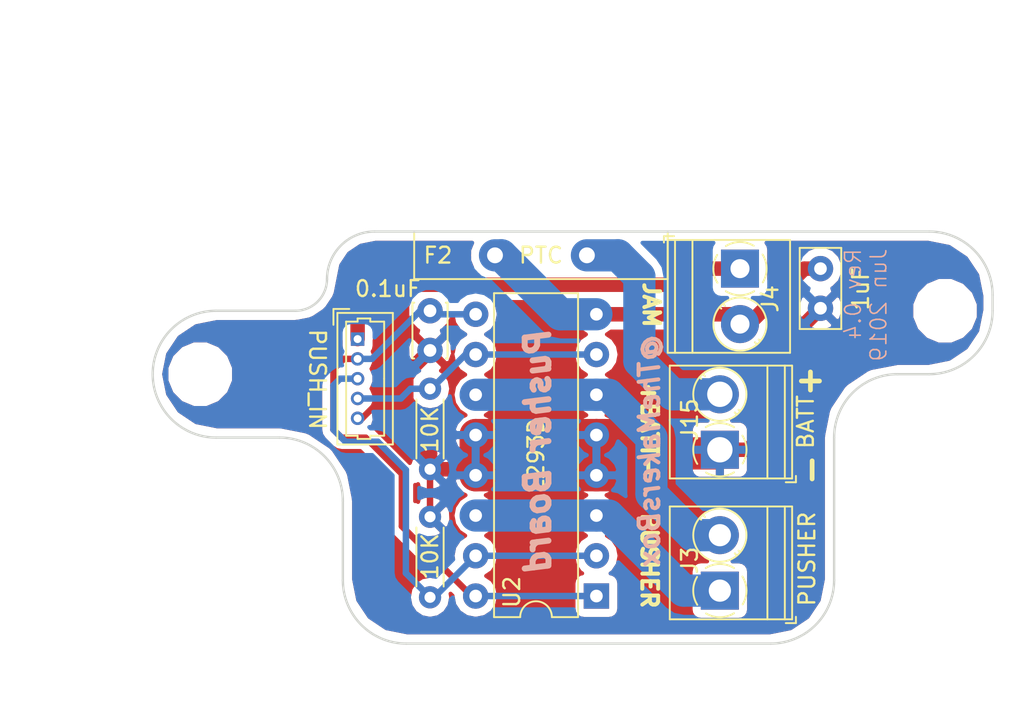
<source format=kicad_pcb>
(kicad_pcb (version 4) (host pcbnew 4.0.6)

  (general
    (links 28)
    (no_connects 0)
    (area 172.922999 50.289999 226.073001 76.440001)
    (thickness 1.6)
    (drawings 39)
    (tracks 87)
    (zones 0)
    (modules 12)
    (nets 10)
  )

  (page A4)
  (title_block
    (date "lun. 30 mars 2015")
  )

  (layers
    (0 F.Cu signal)
    (31 B.Cu signal)
    (32 B.Adhes user)
    (33 F.Adhes user)
    (34 B.Paste user)
    (35 F.Paste user)
    (36 B.SilkS user)
    (37 F.SilkS user)
    (38 B.Mask user)
    (39 F.Mask user)
    (40 Dwgs.User user)
    (41 Cmts.User user)
    (42 Eco1.User user)
    (43 Eco2.User user)
    (44 Edge.Cuts user)
    (45 Margin user)
    (46 B.CrtYd user)
    (47 F.CrtYd user)
    (48 B.Fab user)
    (49 F.Fab user)
  )

  (setup
    (last_trace_width 0.4064)
    (user_trace_width 0.254)
    (user_trace_width 0.3048)
    (user_trace_width 0.4064)
    (user_trace_width 0.6096)
    (user_trace_width 0.9144)
    (user_trace_width 1.524)
    (user_trace_width 2.032)
    (trace_clearance 0.2)
    (zone_clearance 0.508)
    (zone_45_only no)
    (trace_min 0.2)
    (segment_width 0.15)
    (edge_width 0.15)
    (via_size 0.6)
    (via_drill 0.4)
    (via_min_size 0.4)
    (via_min_drill 0.3)
    (uvia_size 0.3)
    (uvia_drill 0.1)
    (uvias_allowed no)
    (uvia_min_size 0.2)
    (uvia_min_drill 0.1)
    (pcb_text_width 0.3)
    (pcb_text_size 1.5 1.5)
    (mod_edge_width 0.15)
    (mod_text_size 1 1)
    (mod_text_width 0.15)
    (pad_size 2.4 2.4)
    (pad_drill 1.6)
    (pad_to_mask_clearance 0)
    (aux_axis_origin 110.998 126.365)
    (grid_origin 110.998 126.365)
    (visible_elements 7FFFFFFF)
    (pcbplotparams
      (layerselection 0x010f0_80000001)
      (usegerberextensions true)
      (excludeedgelayer true)
      (linewidth 0.100000)
      (plotframeref false)
      (viasonmask false)
      (mode 1)
      (useauxorigin false)
      (hpglpennumber 1)
      (hpglpenspeed 20)
      (hpglpendiameter 15)
      (hpglpenoverlay 2)
      (psnegative false)
      (psa4output false)
      (plotreference true)
      (plotvalue true)
      (plotinvisibletext false)
      (padsonsilk false)
      (subtractmaskfromsilk false)
      (outputformat 1)
      (mirror false)
      (drillshape 0)
      (scaleselection 1)
      (outputdirectory gerbers/))
  )

  (net 0 "")
  (net 1 GND)
  (net 2 "Net-(J3-Pad1)")
  (net 3 "Net-(J3-Pad2)")
  (net 4 /Vin)
  (net 5 "Net-(C2-Pad1)")
  (net 6 "Net-(C3-Pad1)")
  (net 7 "Net-(J17-Pad3)")
  (net 8 "Net-(J17-Pad4)")
  (net 9 "Net-(F2-Pad2)")

  (net_class Default "This is the default net class."
    (clearance 0.2)
    (trace_width 0.25)
    (via_dia 0.6)
    (via_drill 0.4)
    (uvia_dia 0.3)
    (uvia_drill 0.1)
    (add_net /Vin)
    (add_net GND)
    (add_net "Net-(C2-Pad1)")
    (add_net "Net-(C3-Pad1)")
    (add_net "Net-(F2-Pad2)")
    (add_net "Net-(J17-Pad3)")
    (add_net "Net-(J17-Pad4)")
    (add_net "Net-(J3-Pad1)")
    (add_net "Net-(J3-Pad2)")
  )

  (module Wire_Pads:SolderWirePad_single_2-5mmDrill (layer F.Cu) (tedit 5CF835CB) (tstamp 5CF92E31)
    (at 222.998 55.365)
    (path /5CE78195)
    (fp_text reference J14 (at 0.052 -0.192) (layer F.SilkS) hide
      (effects (font (size 1 1) (thickness 0.15)))
    )
    (fp_text value NPTH (at 1.27 5.08) (layer F.Fab)
      (effects (font (size 1 1) (thickness 0.15)))
    )
    (pad "" np_thru_hole circle (at 0 0) (size 3 3) (drill 3) (layers *.Cu *.Mask))
  )

  (module Wire_Pads:SolderWirePad_single_2-5mmDrill (layer F.Cu) (tedit 5CF835CB) (tstamp 5CF92DEE)
    (at 175.998 59.365)
    (path /5CE78195)
    (fp_text reference J14 (at 0.052 -0.192) (layer F.SilkS) hide
      (effects (font (size 1 1) (thickness 0.15)))
    )
    (fp_text value NPTH (at 1.27 5.08) (layer F.Fab)
      (effects (font (size 1 1) (thickness 0.15)))
    )
    (pad "" np_thru_hole circle (at 0 0) (size 3 3) (drill 3) (layers *.Cu *.Mask))
  )

  (module footprints:R__P5.08mm (layer F.Cu) (tedit 5CE6B6CD) (tstamp 5CDF7E37)
    (at 190.498 70.865 270)
    (descr "Resistor, Axial_DIN0204 series, Axial, Horizontal, pin pitch=5.08mm, 0.16666666666666666W = 1/6W, length*diameter=3.6*1.6mm^2, http://cdn-reichelt.de/documents/datenblatt/B400/1_4W%23YAG.pdf")
    (tags "Resistor Axial_DIN0204 series Axial Horizontal pin pitch 5.08mm 0.16666666666666666W = 1/6W length 3.6mm diameter 1.6mm")
    (path /5CE03DA1)
    (fp_text reference R1 (at 0 0 270) (layer F.SilkS) hide
      (effects (font (size 1 1) (thickness 0.15)))
    )
    (fp_text value 10K (at 0 0 270) (layer F.SilkS)
      (effects (font (size 1 1) (thickness 0.15)))
    )
    (fp_line (start -1.76 -0.8) (end -1.76 0.8) (layer F.Fab) (width 0.1))
    (fp_line (start -1.76 0.8) (end 1.84 0.8) (layer F.Fab) (width 0.1))
    (fp_line (start 1.84 0.8) (end 1.84 -0.8) (layer F.Fab) (width 0.1))
    (fp_line (start 1.84 -0.8) (end -1.76 -0.8) (layer F.Fab) (width 0.1))
    (fp_line (start -2.5 0) (end -1.76 0) (layer F.Fab) (width 0.1))
    (fp_line (start 2.58 0) (end 1.84 0) (layer F.Fab) (width 0.1))
    (fp_line (start -1.82 -0.86) (end 1.9 -0.86) (layer F.SilkS) (width 0.12))
    (fp_line (start -1.82 0.86) (end 1.9 0.86) (layer F.SilkS) (width 0.12))
    (fp_line (start -3.45 -1.15) (end -3.45 1.15) (layer F.CrtYd) (width 0.05))
    (fp_line (start -3.45 1.15) (end 3.55 1.15) (layer F.CrtYd) (width 0.05))
    (fp_line (start 3.55 1.15) (end 3.55 -1.15) (layer F.CrtYd) (width 0.05))
    (fp_line (start 3.55 -1.15) (end -3.45 -1.15) (layer F.CrtYd) (width 0.05))
    (pad 1 thru_hole circle (at -2.5 0 270) (size 1.4 1.4) (drill 0.7) (layers *.Cu *.Mask)
      (net 1 GND))
    (pad 2 thru_hole oval (at 2.58 0 270) (size 1.4 1.4) (drill 0.7) (layers *.Cu *.Mask)
      (net 7 "Net-(J17-Pad3)"))
    (model ${KISYS3DMOD}/Resistors_THT.3dshapes/R_Axial_DIN0204_L3.6mm_D1.6mm_P5.08mm_Horizontal.wrl
      (at (xyz 0 0 0))
      (scale (xyz 0.393701 0.393701 0.393701))
      (rotate (xyz 0 0 0))
    )
  )

  (module footprints:R__P5.08mm (layer F.Cu) (tedit 5CE6B6CD) (tstamp 5CDF7E43)
    (at 190.498 62.865 90)
    (descr "Resistor, Axial_DIN0204 series, Axial, Horizontal, pin pitch=5.08mm, 0.16666666666666666W = 1/6W, length*diameter=3.6*1.6mm^2, http://cdn-reichelt.de/documents/datenblatt/B400/1_4W%23YAG.pdf")
    (tags "Resistor Axial_DIN0204 series Axial Horizontal pin pitch 5.08mm 0.16666666666666666W = 1/6W length 3.6mm diameter 1.6mm")
    (path /5CE03D1D)
    (fp_text reference R3 (at 0 0 90) (layer F.SilkS) hide
      (effects (font (size 1 1) (thickness 0.15)))
    )
    (fp_text value 10K (at 0 0 90) (layer F.SilkS)
      (effects (font (size 1 1) (thickness 0.15)))
    )
    (fp_line (start -1.76 -0.8) (end -1.76 0.8) (layer F.Fab) (width 0.1))
    (fp_line (start -1.76 0.8) (end 1.84 0.8) (layer F.Fab) (width 0.1))
    (fp_line (start 1.84 0.8) (end 1.84 -0.8) (layer F.Fab) (width 0.1))
    (fp_line (start 1.84 -0.8) (end -1.76 -0.8) (layer F.Fab) (width 0.1))
    (fp_line (start -2.5 0) (end -1.76 0) (layer F.Fab) (width 0.1))
    (fp_line (start 2.58 0) (end 1.84 0) (layer F.Fab) (width 0.1))
    (fp_line (start -1.82 -0.86) (end 1.9 -0.86) (layer F.SilkS) (width 0.12))
    (fp_line (start -1.82 0.86) (end 1.9 0.86) (layer F.SilkS) (width 0.12))
    (fp_line (start -3.45 -1.15) (end -3.45 1.15) (layer F.CrtYd) (width 0.05))
    (fp_line (start -3.45 1.15) (end 3.55 1.15) (layer F.CrtYd) (width 0.05))
    (fp_line (start 3.55 1.15) (end 3.55 -1.15) (layer F.CrtYd) (width 0.05))
    (fp_line (start 3.55 -1.15) (end -3.45 -1.15) (layer F.CrtYd) (width 0.05))
    (pad 1 thru_hole circle (at -2.5 0 90) (size 1.4 1.4) (drill 0.7) (layers *.Cu *.Mask)
      (net 1 GND))
    (pad 2 thru_hole oval (at 2.58 0 90) (size 1.4 1.4) (drill 0.7) (layers *.Cu *.Mask)
      (net 8 "Net-(J17-Pad4)"))
    (model ${KISYS3DMOD}/Resistors_THT.3dshapes/R_Axial_DIN0204_L3.6mm_D1.6mm_P5.08mm_Horizontal.wrl
      (at (xyz 0 0 0))
      (scale (xyz 0.393701 0.393701 0.393701))
      (rotate (xyz 0 0 0))
    )
  )

  (module footprints:C_Disc_D5.0mm_W2.5mm_P2.50mm (layer F.Cu) (tedit 5D13F472) (tstamp 5CE76624)
    (at 215.138 52.705 270)
    (descr "C, Disc series, Radial, pin pitch=2.50mm, , diameter*width=5*2.5mm^2, Capacitor, http://cdn-reichelt.de/documents/datenblatt/B300/DS_KERKO_TC.pdf")
    (tags "C Disc series Radial pin pitch 2.50mm  diameter 5mm width 2.5mm Capacitor")
    (path /5CE0682B)
    (fp_text reference C2 (at 1.25 -2.56 270) (layer F.SilkS) hide
      (effects (font (size 1 1) (thickness 0.15)))
    )
    (fp_text value 1uF (at 1.27 -2.54 450) (layer F.SilkS)
      (effects (font (size 1 1) (thickness 0.15)))
    )
    (fp_line (start -1.25 -1.25) (end -1.25 1.25) (layer F.Fab) (width 0.1))
    (fp_line (start -1.25 1.25) (end 3.75 1.25) (layer F.Fab) (width 0.1))
    (fp_line (start 3.75 1.25) (end 3.75 -1.25) (layer F.Fab) (width 0.1))
    (fp_line (start 3.75 -1.25) (end -1.25 -1.25) (layer F.Fab) (width 0.1))
    (fp_line (start -1.31 -1.31) (end 3.81 -1.31) (layer F.SilkS) (width 0.12))
    (fp_line (start -1.31 1.31) (end 3.81 1.31) (layer F.SilkS) (width 0.12))
    (fp_line (start -1.31 -1.31) (end -1.31 1.31) (layer F.SilkS) (width 0.12))
    (fp_line (start 3.81 -1.31) (end 3.81 1.31) (layer F.SilkS) (width 0.12))
    (fp_line (start -1.6 -1.6) (end -1.6 1.6) (layer F.CrtYd) (width 0.05))
    (fp_line (start -1.6 1.6) (end 4.1 1.6) (layer F.CrtYd) (width 0.05))
    (fp_line (start 4.1 1.6) (end 4.1 -1.6) (layer F.CrtYd) (width 0.05))
    (fp_line (start 4.1 -1.6) (end -1.6 -1.6) (layer F.CrtYd) (width 0.05))
    (fp_text user %R (at 1.25 0 270) (layer F.Fab)
      (effects (font (size 1 1) (thickness 0.15)))
    )
    (pad 1 thru_hole circle (at 0 0 270) (size 1.6 1.6) (drill 0.8) (layers *.Cu *.Mask)
      (net 5 "Net-(C2-Pad1)"))
    (pad 2 thru_hole circle (at 2.5 0 270) (size 1.6 1.6) (drill 0.8) (layers *.Cu *.Mask)
      (net 1 GND))
    (model ${KISYS3DMOD}/Capacitors_THT.3dshapes/C_Disc_D5.0mm_W2.5mm_P2.50mm.wrl
      (at (xyz 0 0 0))
      (scale (xyz 1 1 1))
      (rotate (xyz 0 0 0))
    )
  )

  (module footprints:C_Disc_D3.4mm_W2.1mm_P2.50mm (layer F.Cu) (tedit 5D13F483) (tstamp 5CE76636)
    (at 190.498 55.365 270)
    (descr "C, Disc series, Radial, pin pitch=2.50mm, , diameter*width=3.4*2.1mm^2, Capacitor, http://www.vishay.com/docs/45233/krseries.pdf")
    (tags "C Disc series Radial pin pitch 2.50mm  diameter 3.4mm width 2.1mm Capacitor")
    (path /5CE06912)
    (fp_text reference C3 (at 1.25 -2.36 270) (layer F.SilkS) hide
      (effects (font (size 1 1) (thickness 0.15)))
    )
    (fp_text value 0.1uF (at -1.39 2.665 360) (layer F.SilkS)
      (effects (font (size 1 1) (thickness 0.15)))
    )
    (fp_line (start -0.45 -1.05) (end -0.45 1.05) (layer F.Fab) (width 0.1))
    (fp_line (start -0.45 1.05) (end 2.95 1.05) (layer F.Fab) (width 0.1))
    (fp_line (start 2.95 1.05) (end 2.95 -1.05) (layer F.Fab) (width 0.1))
    (fp_line (start 2.95 -1.05) (end -0.45 -1.05) (layer F.Fab) (width 0.1))
    (fp_line (start -0.51 -1.11) (end 3.01 -1.11) (layer F.SilkS) (width 0.12))
    (fp_line (start -0.51 1.11) (end 3.01 1.11) (layer F.SilkS) (width 0.12))
    (fp_line (start -0.51 -1.11) (end -0.51 -0.996) (layer F.SilkS) (width 0.12))
    (fp_line (start -0.51 0.996) (end -0.51 1.11) (layer F.SilkS) (width 0.12))
    (fp_line (start 3.01 -1.11) (end 3.01 -0.996) (layer F.SilkS) (width 0.12))
    (fp_line (start 3.01 0.996) (end 3.01 1.11) (layer F.SilkS) (width 0.12))
    (fp_line (start -1.05 -1.4) (end -1.05 1.4) (layer F.CrtYd) (width 0.05))
    (fp_line (start -1.05 1.4) (end 3.55 1.4) (layer F.CrtYd) (width 0.05))
    (fp_line (start 3.55 1.4) (end 3.55 -1.4) (layer F.CrtYd) (width 0.05))
    (fp_line (start 3.55 -1.4) (end -1.05 -1.4) (layer F.CrtYd) (width 0.05))
    (fp_text user %R (at 1.25 0 270) (layer F.Fab)
      (effects (font (size 1 1) (thickness 0.15)))
    )
    (pad 1 thru_hole circle (at 0 0 270) (size 1.6 1.6) (drill 0.8) (layers *.Cu *.Mask)
      (net 6 "Net-(C3-Pad1)"))
    (pad 2 thru_hole circle (at 2.5 0 270) (size 1.6 1.6) (drill 0.8) (layers *.Cu *.Mask)
      (net 1 GND))
    (model ${KISYS3DMOD}/Capacitors_THT.3dshapes/C_Disc_D3.4mm_W2.1mm_P2.50mm.wrl
      (at (xyz 0 0 0))
      (scale (xyz 1 1 1))
      (rotate (xyz 0 0 0))
    )
  )

  (module footprints:DIP-16_W7.62mm (layer F.Cu) (tedit 5CE6C79F) (tstamp 5CE76772)
    (at 200.998 73.365 180)
    (descr "16-lead though-hole mounted DIP package, row spacing 7.62 mm (300 mils)")
    (tags "THT DIP DIL PDIP 2.54mm 7.62mm 300mil")
    (path /5CDFE83D)
    (fp_text reference U2 (at 5.334 0.254 270) (layer F.SilkS)
      (effects (font (size 1 1) (thickness 0.15)))
    )
    (fp_text value L293D (at 3.81 8.89 270) (layer F.SilkS)
      (effects (font (size 1 1) (thickness 0.15)))
    )
    (fp_arc (start 3.81 -1.33) (end 2.81 -1.33) (angle -180) (layer F.SilkS) (width 0.12))
    (fp_line (start 1.635 -1.27) (end 6.985 -1.27) (layer F.Fab) (width 0.1))
    (fp_line (start 6.985 -1.27) (end 6.985 19.05) (layer F.Fab) (width 0.1))
    (fp_line (start 6.985 19.05) (end 0.635 19.05) (layer F.Fab) (width 0.1))
    (fp_line (start 0.635 19.05) (end 0.635 -0.27) (layer F.Fab) (width 0.1))
    (fp_line (start 0.635 -0.27) (end 1.635 -1.27) (layer F.Fab) (width 0.1))
    (fp_line (start 2.81 -1.33) (end 1.16 -1.33) (layer F.SilkS) (width 0.12))
    (fp_line (start 1.16 -1.33) (end 1.16 19.11) (layer F.SilkS) (width 0.12))
    (fp_line (start 1.16 19.11) (end 6.46 19.11) (layer F.SilkS) (width 0.12))
    (fp_line (start 6.46 19.11) (end 6.46 -1.33) (layer F.SilkS) (width 0.12))
    (fp_line (start 6.46 -1.33) (end 4.81 -1.33) (layer F.SilkS) (width 0.12))
    (fp_line (start -1.1 -1.55) (end -1.1 19.3) (layer F.CrtYd) (width 0.05))
    (fp_line (start -1.1 19.3) (end 8.7 19.3) (layer F.CrtYd) (width 0.05))
    (fp_line (start 8.7 19.3) (end 8.7 -1.55) (layer F.CrtYd) (width 0.05))
    (fp_line (start 8.7 -1.55) (end -1.1 -1.55) (layer F.CrtYd) (width 0.05))
    (fp_text user %R (at 3.81 8.89 180) (layer F.Fab)
      (effects (font (size 1 1) (thickness 0.15)))
    )
    (pad 1 thru_hole rect (at 0 0 180) (size 1.6 1.6) (drill 0.8) (layers *.Cu *.Mask)
      (net 6 "Net-(C3-Pad1)"))
    (pad 9 thru_hole oval (at 7.62 17.78 180) (size 1.6 1.6) (drill 0.8) (layers *.Cu *.Mask)
      (net 6 "Net-(C3-Pad1)"))
    (pad 2 thru_hole oval (at 0 2.54 180) (size 1.6 1.6) (drill 0.8) (layers *.Cu *.Mask)
      (net 7 "Net-(J17-Pad3)"))
    (pad 10 thru_hole oval (at 7.62 15.24 180) (size 1.6 1.6) (drill 0.8) (layers *.Cu *.Mask)
      (net 8 "Net-(J17-Pad4)"))
    (pad 3 thru_hole oval (at 0 5.08 180) (size 1.6 1.6) (drill 0.8) (layers *.Cu *.Mask)
      (net 2 "Net-(J3-Pad1)"))
    (pad 11 thru_hole oval (at 7.62 12.7 180) (size 1.6 1.6) (drill 0.8) (layers *.Cu *.Mask)
      (net 3 "Net-(J3-Pad2)"))
    (pad 4 thru_hole oval (at 0 7.62 180) (size 1.6 1.6) (drill 0.8) (layers *.Cu *.Mask)
      (net 1 GND))
    (pad 12 thru_hole oval (at 7.62 10.16 180) (size 1.6 1.6) (drill 0.8) (layers *.Cu *.Mask)
      (net 1 GND))
    (pad 5 thru_hole oval (at 0 10.16 180) (size 1.6 1.6) (drill 0.8) (layers *.Cu *.Mask)
      (net 1 GND))
    (pad 13 thru_hole oval (at 7.62 7.62 180) (size 1.6 1.6) (drill 0.8) (layers *.Cu *.Mask)
      (net 1 GND))
    (pad 6 thru_hole oval (at 0 12.7 180) (size 1.6 1.6) (drill 0.8) (layers *.Cu *.Mask)
      (net 3 "Net-(J3-Pad2)"))
    (pad 14 thru_hole oval (at 7.62 5.08 180) (size 1.6 1.6) (drill 0.8) (layers *.Cu *.Mask)
      (net 2 "Net-(J3-Pad1)"))
    (pad 7 thru_hole oval (at 0 15.24 180) (size 1.6 1.6) (drill 0.8) (layers *.Cu *.Mask)
      (net 8 "Net-(J17-Pad4)"))
    (pad 15 thru_hole oval (at 7.62 2.54 180) (size 1.6 1.6) (drill 0.8) (layers *.Cu *.Mask)
      (net 7 "Net-(J17-Pad3)"))
    (pad 8 thru_hole oval (at 0 17.78 180) (size 1.6 1.6) (drill 0.8) (layers *.Cu *.Mask)
      (net 5 "Net-(C2-Pad1)"))
    (pad 16 thru_hole oval (at 7.62 0 180) (size 1.6 1.6) (drill 0.8) (layers *.Cu *.Mask)
      (net 6 "Net-(C3-Pad1)"))
    (model ${KISYS3DMOD}/Housings_DIP.3dshapes/DIP-16_W7.62mm.wrl
      (at (xyz 0 0 0))
      (scale (xyz 1 1 1))
      (rotate (xyz 0 0 0))
    )
  )

  (module footprints:TerminalBlock_Phoenix_PT-1,5-2-3.5-H_1x02_P3.50mm_Horizontal (layer F.Cu) (tedit 5D13F46E) (tstamp 5CE86ECA)
    (at 210.058 52.705 270)
    (descr "Terminal Block Phoenix PT-1,5-2-3.5-H, 2 pins, pitch 3.5mm, size 7x7.6mm^2, drill diamater 1.2mm, pad diameter 2.4mm, see , script-generated using https://github.com/pointhi/kicad-footprint-generator/scripts/TerminalBlock_Phoenix")
    (tags "THT Terminal Block Phoenix PT-1,5-2-3.5-H pitch 3.5mm size 7x7.6mm^2 drill 1.2mm pad 2.4mm")
    (path /5CE1CB8F)
    (fp_text reference J4 (at 1.905 -1.905 270) (layer F.SilkS)
      (effects (font (size 1 1) (thickness 0.15)))
    )
    (fp_text value JAM (at 2 -4 270) (layer F.SilkS) hide
      (effects (font (size 1 1) (thickness 0.15)))
    )
    (fp_arc (start 0 0) (end 0 1.68) (angle -32) (layer F.SilkS) (width 0.12))
    (fp_arc (start 0 0) (end 1.425 0.891) (angle -64) (layer F.SilkS) (width 0.12))
    (fp_arc (start 0 0) (end 0.866 -1.44) (angle -63) (layer F.SilkS) (width 0.12))
    (fp_arc (start 0 0) (end -1.44 -0.866) (angle -63) (layer F.SilkS) (width 0.12))
    (fp_arc (start 0 0) (end -0.866 1.44) (angle -32) (layer F.SilkS) (width 0.12))
    (fp_circle (center 0 0) (end 1.5 0) (layer F.Fab) (width 0.1))
    (fp_circle (center 3.5 0) (end 5 0) (layer F.Fab) (width 0.1))
    (fp_circle (center 3.5 0) (end 5.18 0) (layer F.SilkS) (width 0.12))
    (fp_line (start -1.75 -3.1) (end 5.25 -3.1) (layer F.Fab) (width 0.1))
    (fp_line (start 5.25 -3.1) (end 5.25 4.5) (layer F.Fab) (width 0.1))
    (fp_line (start 5.25 4.5) (end -1.35 4.5) (layer F.Fab) (width 0.1))
    (fp_line (start -1.35 4.5) (end -1.75 4.1) (layer F.Fab) (width 0.1))
    (fp_line (start -1.75 4.1) (end -1.75 -3.1) (layer F.Fab) (width 0.1))
    (fp_line (start -1.75 4.1) (end 5.25 4.1) (layer F.Fab) (width 0.1))
    (fp_line (start -1.81 4.1) (end 5.31 4.1) (layer F.SilkS) (width 0.12))
    (fp_line (start -1.75 3) (end 5.25 3) (layer F.Fab) (width 0.1))
    (fp_line (start -1.81 3) (end 5.31 3) (layer F.SilkS) (width 0.12))
    (fp_line (start -1.81 -3.16) (end 5.31 -3.16) (layer F.SilkS) (width 0.12))
    (fp_line (start -1.81 4.56) (end 5.31 4.56) (layer F.SilkS) (width 0.12))
    (fp_line (start -1.81 -3.16) (end -1.81 4.56) (layer F.SilkS) (width 0.12))
    (fp_line (start 5.31 -3.16) (end 5.31 4.56) (layer F.SilkS) (width 0.12))
    (fp_line (start 1.138 -0.955) (end -0.955 1.138) (layer F.Fab) (width 0.1))
    (fp_line (start 0.955 -1.138) (end -1.138 0.955) (layer F.Fab) (width 0.1))
    (fp_line (start 4.638 -0.955) (end 2.546 1.138) (layer F.Fab) (width 0.1))
    (fp_line (start 4.455 -1.138) (end 2.363 0.955) (layer F.Fab) (width 0.1))
    (fp_line (start 4.775 -1.069) (end 4.646 -0.941) (layer F.SilkS) (width 0.12))
    (fp_line (start 2.525 1.181) (end 2.431 1.274) (layer F.SilkS) (width 0.12))
    (fp_line (start 4.57 -1.275) (end 4.476 -1.181) (layer F.SilkS) (width 0.12))
    (fp_line (start 2.355 0.941) (end 2.226 1.069) (layer F.SilkS) (width 0.12))
    (fp_line (start -2.05 4.16) (end -2.05 4.8) (layer F.SilkS) (width 0.12))
    (fp_line (start -2.05 4.8) (end -1.65 4.8) (layer F.SilkS) (width 0.12))
    (fp_line (start -2.25 -3.6) (end -2.25 5) (layer F.CrtYd) (width 0.05))
    (fp_line (start -2.25 5) (end 5.75 5) (layer F.CrtYd) (width 0.05))
    (fp_line (start 5.75 5) (end 5.75 -3.6) (layer F.CrtYd) (width 0.05))
    (fp_line (start 5.75 -3.6) (end -2.25 -3.6) (layer F.CrtYd) (width 0.05))
    (fp_text user %R (at 1.75 2.4 270) (layer F.Fab)
      (effects (font (size 1 1) (thickness 0.15)))
    )
    (pad 1 thru_hole rect (at 0 0 270) (size 2.4 2.4) (drill 1.2) (layers *.Cu *.Mask)
      (net 4 /Vin))
    (pad 2 thru_hole circle (at 3.5 0 270) (size 2.4 2.4) (drill 1.2) (layers *.Cu *.Mask)
      (net 5 "Net-(C2-Pad1)"))
    (model ${KISYS3DMOD}/TerminalBlock_Phoenix.3dshapes/TerminalBlock_Phoenix_PT-1,5-2-3.5-H_1x02_P3.50mm_Horizontal.wrl
      (at (xyz 0 0 0))
      (scale (xyz 1 1 1))
      (rotate (xyz 0 0 0))
    )
  )

  (module footprints:Molex_PicoBlade_53047-0510_05x1.25mm_Straight (layer F.Cu) (tedit 5CFFD779) (tstamp 5D001E45)
    (at 185.928 57.15 270)
    (descr "Molex PicoBlade, single row, top entry type, through hole, PN:53047-0510")
    (tags "connector molex picoblade")
    (path /5CF86875)
    (fp_text reference J17 (at 2.5 -1.3 270) (layer F.SilkS) hide
      (effects (font (size 1 1) (thickness 0.15)))
    )
    (fp_text value PSH_IN (at 2.5 2 270) (layer F.SilkS) hide
      (effects (font (size 1 1) (thickness 0.15)))
    )
    (fp_line (start -2 -2.55) (end -2 1.6) (layer F.CrtYd) (width 0.05))
    (fp_line (start -2 1.6) (end 7 1.6) (layer F.CrtYd) (width 0.05))
    (fp_line (start 7 1.6) (end 7 -2.55) (layer F.CrtYd) (width 0.05))
    (fp_line (start 7 -2.55) (end -2 -2.55) (layer F.CrtYd) (width 0.05))
    (fp_line (start -1.5 -2.075) (end -1.5 1.125) (layer F.Fab) (width 0.1))
    (fp_line (start -1.5 1.125) (end 6.5 1.125) (layer F.Fab) (width 0.1))
    (fp_line (start 6.5 1.125) (end 6.5 -2.075) (layer F.Fab) (width 0.1))
    (fp_line (start 6.5 -2.075) (end -1.5 -2.075) (layer F.Fab) (width 0.1))
    (fp_line (start -1.65 -2.225) (end -1.65 1.275) (layer F.SilkS) (width 0.12))
    (fp_line (start -1.65 1.275) (end 6.65 1.275) (layer F.SilkS) (width 0.12))
    (fp_line (start 6.65 1.275) (end 6.65 -2.225) (layer F.SilkS) (width 0.12))
    (fp_line (start 6.65 -2.225) (end -1.65 -2.225) (layer F.SilkS) (width 0.12))
    (fp_line (start 2.5 0.725) (end -1.1 0.725) (layer F.SilkS) (width 0.12))
    (fp_line (start -1.1 0.725) (end -1.1 0) (layer F.SilkS) (width 0.12))
    (fp_line (start -1.1 0) (end -1.3 0) (layer F.SilkS) (width 0.12))
    (fp_line (start -1.3 0) (end -1.3 -0.8) (layer F.SilkS) (width 0.12))
    (fp_line (start -1.3 -0.8) (end -1.1 -0.8) (layer F.SilkS) (width 0.12))
    (fp_line (start -1.1 -0.8) (end -1.1 -1.675) (layer F.SilkS) (width 0.12))
    (fp_line (start -1.1 -1.675) (end 2.5 -1.675) (layer F.SilkS) (width 0.12))
    (fp_line (start 2.5 0.725) (end 6.1 0.725) (layer F.SilkS) (width 0.12))
    (fp_line (start 6.1 0.725) (end 6.1 0) (layer F.SilkS) (width 0.12))
    (fp_line (start 6.1 0) (end 6.3 0) (layer F.SilkS) (width 0.12))
    (fp_line (start 6.3 0) (end 6.3 -0.8) (layer F.SilkS) (width 0.12))
    (fp_line (start 6.3 -0.8) (end 6.1 -0.8) (layer F.SilkS) (width 0.12))
    (fp_line (start 6.1 -0.8) (end 6.1 -1.675) (layer F.SilkS) (width 0.12))
    (fp_line (start 6.1 -1.675) (end 2.5 -1.675) (layer F.SilkS) (width 0.12))
    (fp_line (start -1.9 1.525) (end -1.9 0.525) (layer F.SilkS) (width 0.12))
    (fp_line (start -1.9 1.525) (end -0.9 1.525) (layer F.SilkS) (width 0.12))
    (fp_text user %R (at 2.5 -1.25 270) (layer F.Fab)
      (effects (font (size 1 1) (thickness 0.15)))
    )
    (pad 1 thru_hole rect (at 0 0 270) (size 0.85 0.85) (drill 0.5) (layers *.Cu *.Mask)
      (net 4 /Vin))
    (pad 2 thru_hole circle (at 1.25 0 270) (size 0.85 0.85) (drill 0.5) (layers *.Cu *.Mask)
      (net 6 "Net-(C3-Pad1)"))
    (pad 3 thru_hole circle (at 2.5 0 270) (size 0.85 0.85) (drill 0.5) (layers *.Cu *.Mask)
      (net 7 "Net-(J17-Pad3)"))
    (pad 4 thru_hole circle (at 3.75 0 270) (size 0.85 0.85) (drill 0.5) (layers *.Cu *.Mask)
      (net 8 "Net-(J17-Pad4)"))
    (pad 5 thru_hole circle (at 5 0 270) (size 0.85 0.85) (drill 0.5) (layers *.Cu *.Mask)
      (net 1 GND))
    (model ${KISYS3DMOD}/Connectors_Molex.3dshapes/Molex_PicoBlade_53047-0510_05x1.25mm_Straight.wrl
      (at (xyz 0 0 0))
      (scale (xyz 1 1 1))
      (rotate (xyz 0 0 0))
    )
  )

  (module footprints:Fuse_Littelfuse-LVR125 (layer F.Cu) (tedit 5CFFE506) (tstamp 5D002949)
    (at 197.498 51.865)
    (descr "Littelfuse, resettable fuse, PTC, polyswitch LVR125, Ih 1.25A, http://www.littelfuse.com/~/media/electronics/datasheets/resettable_ptcs/littelfuse_ptc_lvr_catalog_datasheet.pdf.pdf")
    (tags "LVR125 PTC resettable polyswitch ")
    (path /5D0176FC)
    (fp_text reference F2 (at -6.5 0) (layer F.SilkS)
      (effects (font (size 1 1) (thickness 0.15)))
    )
    (fp_text value PTC (at 0 0) (layer F.SilkS)
      (effects (font (size 1 1) (thickness 0.15)))
    )
    (fp_line (start -8 1.5) (end -8 -1.5) (layer F.SilkS) (width 0.12))
    (fp_line (start 8 1.5) (end -8 1.5) (layer F.SilkS) (width 0.12))
    (fp_line (start 8 -1.5) (end 8 1.5) (layer F.SilkS) (width 0.12))
    (fp_line (start -8 -1.5) (end 8 -1.5) (layer F.SilkS) (width 0.12))
    (fp_text user %R (at -6.5 0) (layer F.Fab)
      (effects (font (size 1 1) (thickness 0.15)))
    )
    (pad 1 thru_hole circle (at -2.9 0) (size 2 2) (drill 1) (layers *.Cu *.Mask)
      (net 5 "Net-(C2-Pad1)"))
    (pad 2 thru_hole circle (at 2.9 0) (size 2 2) (drill 1) (layers *.Cu *.Mask)
      (net 9 "Net-(F2-Pad2)"))
    (model ${KISYS3DMOD}/Fuse_Holders_and_Fuses.3dshapes/Fuse_Littelfuse-LVR125.wrl
      (at (xyz 0 0 0))
      (scale (xyz 1 1 1))
      (rotate (xyz 0 0 0))
    )
  )

  (module footprints:TerminalBlock_Phoenix_PT-1,5-2-3.5-H_1x02_P3.50mm_Horizontal (layer F.Cu) (tedit 5D13BBAB) (tstamp 5D001E2D)
    (at 208.788 64.135 90)
    (descr "Terminal Block Phoenix PT-1,5-2-3.5-H, 2 pins, pitch 3.5mm, size 7x7.6mm^2, drill diamater 1.2mm, pad diameter 2.4mm, see , script-generated using https://github.com/pointhi/kicad-footprint-generator/scripts/TerminalBlock_Phoenix")
    (tags "THT Terminal Block Phoenix PT-1,5-2-3.5-H pitch 3.5mm size 7x7.6mm^2 drill 1.2mm pad 2.4mm")
    (path /5CF9B967)
    (fp_text reference J15 (at 1.905 -1.905 90) (layer F.SilkS)
      (effects (font (size 1 1) (thickness 0.15)))
    )
    (fp_text value BATT (at 1.754 5.41 270) (layer F.SilkS)
      (effects (font (size 1 1) (thickness 0.15)))
    )
    (fp_arc (start 0 0) (end 0 1.68) (angle -32) (layer F.SilkS) (width 0.12))
    (fp_arc (start 0 0) (end 1.425 0.891) (angle -64) (layer F.SilkS) (width 0.12))
    (fp_arc (start 0 0) (end 0.866 -1.44) (angle -63) (layer F.SilkS) (width 0.12))
    (fp_arc (start 0 0) (end -1.44 -0.866) (angle -63) (layer F.SilkS) (width 0.12))
    (fp_arc (start 0 0) (end -0.866 1.44) (angle -32) (layer F.SilkS) (width 0.12))
    (fp_circle (center 0 0) (end 1.5 0) (layer F.Fab) (width 0.1))
    (fp_circle (center 3.5 0) (end 5 0) (layer F.Fab) (width 0.1))
    (fp_circle (center 3.5 0) (end 5.18 0) (layer F.SilkS) (width 0.12))
    (fp_line (start -1.75 -3.1) (end 5.25 -3.1) (layer F.Fab) (width 0.1))
    (fp_line (start 5.25 -3.1) (end 5.25 4.5) (layer F.Fab) (width 0.1))
    (fp_line (start 5.25 4.5) (end -1.35 4.5) (layer F.Fab) (width 0.1))
    (fp_line (start -1.35 4.5) (end -1.75 4.1) (layer F.Fab) (width 0.1))
    (fp_line (start -1.75 4.1) (end -1.75 -3.1) (layer F.Fab) (width 0.1))
    (fp_line (start -1.75 4.1) (end 5.25 4.1) (layer F.Fab) (width 0.1))
    (fp_line (start -1.81 4.1) (end 5.31 4.1) (layer F.SilkS) (width 0.12))
    (fp_line (start -1.75 3) (end 5.25 3) (layer F.Fab) (width 0.1))
    (fp_line (start -1.81 3) (end 5.31 3) (layer F.SilkS) (width 0.12))
    (fp_line (start -1.81 -3.16) (end 5.31 -3.16) (layer F.SilkS) (width 0.12))
    (fp_line (start -1.81 4.56) (end 5.31 4.56) (layer F.SilkS) (width 0.12))
    (fp_line (start -1.81 -3.16) (end -1.81 4.56) (layer F.SilkS) (width 0.12))
    (fp_line (start 5.31 -3.16) (end 5.31 4.56) (layer F.SilkS) (width 0.12))
    (fp_line (start 1.138 -0.955) (end -0.955 1.138) (layer F.Fab) (width 0.1))
    (fp_line (start 0.955 -1.138) (end -1.138 0.955) (layer F.Fab) (width 0.1))
    (fp_line (start 4.638 -0.955) (end 2.546 1.138) (layer F.Fab) (width 0.1))
    (fp_line (start 4.455 -1.138) (end 2.363 0.955) (layer F.Fab) (width 0.1))
    (fp_line (start 4.775 -1.069) (end 4.646 -0.941) (layer F.SilkS) (width 0.12))
    (fp_line (start 2.525 1.181) (end 2.431 1.274) (layer F.SilkS) (width 0.12))
    (fp_line (start 4.57 -1.275) (end 4.476 -1.181) (layer F.SilkS) (width 0.12))
    (fp_line (start 2.355 0.941) (end 2.226 1.069) (layer F.SilkS) (width 0.12))
    (fp_line (start -2.05 4.16) (end -2.05 4.8) (layer F.SilkS) (width 0.12))
    (fp_line (start -2.05 4.8) (end -1.65 4.8) (layer F.SilkS) (width 0.12))
    (fp_line (start -2.25 -3.6) (end -2.25 5) (layer F.CrtYd) (width 0.05))
    (fp_line (start -2.25 5) (end 5.75 5) (layer F.CrtYd) (width 0.05))
    (fp_line (start 5.75 5) (end 5.75 -3.6) (layer F.CrtYd) (width 0.05))
    (fp_line (start 5.75 -3.6) (end -2.25 -3.6) (layer F.CrtYd) (width 0.05))
    (fp_text user %R (at 1.75 2.4 90) (layer F.Fab)
      (effects (font (size 1 1) (thickness 0.15)))
    )
    (pad 1 thru_hole rect (at 0 0 90) (size 2.4 2.4) (drill 1.6) (layers *.Cu *.Mask)
      (net 1 GND))
    (pad 2 thru_hole circle (at 3.5 0 90) (size 2.4 2.4) (drill 1.6) (layers *.Cu *.Mask)
      (net 9 "Net-(F2-Pad2)"))
    (model ${KISYS3DMOD}/TerminalBlock_Phoenix.3dshapes/TerminalBlock_Phoenix_PT-1,5-2-3.5-H_1x02_P3.50mm_Horizontal.wrl
      (at (xyz 0 0 0))
      (scale (xyz 1 1 1))
      (rotate (xyz 0 0 0))
    )
  )

  (module footprints:TerminalBlock_Phoenix_PT-1,5-2-3.5-H_1x02_P3.50mm_Horizontal (layer F.Cu) (tedit 5D04793B) (tstamp 5D001DAD)
    (at 208.788 73.025 90)
    (descr "Terminal Block Phoenix PT-1,5-2-3.5-H, 2 pins, pitch 3.5mm, size 7x7.6mm^2, drill diamater 1.2mm, pad diameter 2.4mm, see , script-generated using https://github.com/pointhi/kicad-footprint-generator/scripts/TerminalBlock_Phoenix")
    (tags "THT Terminal Block Phoenix PT-1,5-2-3.5-H pitch 3.5mm size 7x7.6mm^2 drill 1.2mm pad 2.4mm")
    (path /5CE004B8)
    (fp_text reference J3 (at 1.905 -1.905 90) (layer F.SilkS)
      (effects (font (size 1 1) (thickness 0.15)))
    )
    (fp_text value PUSHER (at 2 5.5 270) (layer F.SilkS)
      (effects (font (size 1 1) (thickness 0.15)))
    )
    (fp_arc (start 0 0) (end 0 1.68) (angle -32) (layer F.SilkS) (width 0.12))
    (fp_arc (start 0 0) (end 1.425 0.891) (angle -64) (layer F.SilkS) (width 0.12))
    (fp_arc (start 0 0) (end 0.866 -1.44) (angle -63) (layer F.SilkS) (width 0.12))
    (fp_arc (start 0 0) (end -1.44 -0.866) (angle -63) (layer F.SilkS) (width 0.12))
    (fp_arc (start 0 0) (end -0.866 1.44) (angle -32) (layer F.SilkS) (width 0.12))
    (fp_circle (center 0 0) (end 1.5 0) (layer F.Fab) (width 0.1))
    (fp_circle (center 3.5 0) (end 5 0) (layer F.Fab) (width 0.1))
    (fp_circle (center 3.5 0) (end 5.18 0) (layer F.SilkS) (width 0.12))
    (fp_line (start -1.75 -3.1) (end 5.25 -3.1) (layer F.Fab) (width 0.1))
    (fp_line (start 5.25 -3.1) (end 5.25 4.5) (layer F.Fab) (width 0.1))
    (fp_line (start 5.25 4.5) (end -1.35 4.5) (layer F.Fab) (width 0.1))
    (fp_line (start -1.35 4.5) (end -1.75 4.1) (layer F.Fab) (width 0.1))
    (fp_line (start -1.75 4.1) (end -1.75 -3.1) (layer F.Fab) (width 0.1))
    (fp_line (start -1.75 4.1) (end 5.25 4.1) (layer F.Fab) (width 0.1))
    (fp_line (start -1.81 4.1) (end 5.31 4.1) (layer F.SilkS) (width 0.12))
    (fp_line (start -1.75 3) (end 5.25 3) (layer F.Fab) (width 0.1))
    (fp_line (start -1.81 3) (end 5.31 3) (layer F.SilkS) (width 0.12))
    (fp_line (start -1.81 -3.16) (end 5.31 -3.16) (layer F.SilkS) (width 0.12))
    (fp_line (start -1.81 4.56) (end 5.31 4.56) (layer F.SilkS) (width 0.12))
    (fp_line (start -1.81 -3.16) (end -1.81 4.56) (layer F.SilkS) (width 0.12))
    (fp_line (start 5.31 -3.16) (end 5.31 4.56) (layer F.SilkS) (width 0.12))
    (fp_line (start 1.138 -0.955) (end -0.955 1.138) (layer F.Fab) (width 0.1))
    (fp_line (start 0.955 -1.138) (end -1.138 0.955) (layer F.Fab) (width 0.1))
    (fp_line (start 4.638 -0.955) (end 2.546 1.138) (layer F.Fab) (width 0.1))
    (fp_line (start 4.455 -1.138) (end 2.363 0.955) (layer F.Fab) (width 0.1))
    (fp_line (start 4.775 -1.069) (end 4.646 -0.941) (layer F.SilkS) (width 0.12))
    (fp_line (start 2.525 1.181) (end 2.431 1.274) (layer F.SilkS) (width 0.12))
    (fp_line (start 4.57 -1.275) (end 4.476 -1.181) (layer F.SilkS) (width 0.12))
    (fp_line (start 2.355 0.941) (end 2.226 1.069) (layer F.SilkS) (width 0.12))
    (fp_line (start -2.05 4.16) (end -2.05 4.8) (layer F.SilkS) (width 0.12))
    (fp_line (start -2.05 4.8) (end -1.65 4.8) (layer F.SilkS) (width 0.12))
    (fp_line (start -2.25 -3.6) (end -2.25 5) (layer F.CrtYd) (width 0.05))
    (fp_line (start -2.25 5) (end 5.75 5) (layer F.CrtYd) (width 0.05))
    (fp_line (start 5.75 5) (end 5.75 -3.6) (layer F.CrtYd) (width 0.05))
    (fp_line (start 5.75 -3.6) (end -2.25 -3.6) (layer F.CrtYd) (width 0.05))
    (fp_text user %R (at 1.75 2.4 90) (layer F.Fab)
      (effects (font (size 1 1) (thickness 0.15)))
    )
    (pad 1 thru_hole rect (at 0 0 90) (size 2.4 2.4) (drill 1.4) (layers *.Cu *.Mask)
      (net 2 "Net-(J3-Pad1)"))
    (pad 2 thru_hole circle (at 3.5 0 90) (size 2.4 2.4) (drill 1.4) (layers *.Cu *.Mask)
      (net 3 "Net-(J3-Pad2)"))
    (model ${KISYS3DMOD}/TerminalBlock_Phoenix.3dshapes/TerminalBlock_Phoenix_PT-1,5-2-3.5-H_1x02_P3.50mm_Horizontal.wrl
      (at (xyz 0 0 0))
      (scale (xyz 1 1 1))
      (rotate (xyz 0 0 0))
    )
  )

  (gr_line (start 225.998 54.365) (end 225.998 55.365) (angle 90) (layer Edge.Cuts) (width 0.15))
  (dimension 26 (width 0.3) (layer Dwgs.User)
    (gr_text "26.000 mm" (at 169.648 63.365 270) (layer Dwgs.User)
      (effects (font (size 1.5 1.5) (thickness 0.3)))
    )
    (feature1 (pts (xy 172.998 76.365) (xy 168.298 76.365)))
    (feature2 (pts (xy 172.998 50.365) (xy 168.298 50.365)))
    (crossbar (pts (xy 170.998 50.365) (xy 170.998 76.365)))
    (arrow1a (pts (xy 170.998 76.365) (xy 170.411579 75.238496)))
    (arrow1b (pts (xy 170.998 76.365) (xy 171.584421 75.238496)))
    (arrow2a (pts (xy 170.998 50.365) (xy 170.411579 51.491504)))
    (arrow2b (pts (xy 170.998 50.365) (xy 171.584421 51.491504)))
  )
  (dimension 53 (width 0.3) (layer Dwgs.User)
    (gr_text "53.000 mm" (at 199.498 46.015) (layer Dwgs.User)
      (effects (font (size 1.5 1.5) (thickness 0.3)))
    )
    (feature1 (pts (xy 172.998 50.365) (xy 172.998 44.665)))
    (feature2 (pts (xy 225.998 50.365) (xy 225.998 44.665)))
    (crossbar (pts (xy 225.998 47.365) (xy 172.998 47.365)))
    (arrow1a (pts (xy 172.998 47.365) (xy 174.124504 46.778579)))
    (arrow1b (pts (xy 172.998 47.365) (xy 174.124504 47.951421)))
    (arrow2a (pts (xy 225.998 47.365) (xy 224.871496 46.778579)))
    (arrow2b (pts (xy 225.998 47.365) (xy 224.871496 47.951421)))
  )
  (gr_line (start 184.998 67.365) (end 184.998 72.365) (angle 90) (layer Edge.Cuts) (width 0.15))
  (gr_line (start 176.998 63.365) (end 180.998 63.365) (angle 90) (layer Edge.Cuts) (width 0.15))
  (gr_line (start 211.998 76.365) (end 188.998 76.365) (angle 90) (layer Edge.Cuts) (width 0.15))
  (gr_line (start 215.998 72.365) (end 215.998 63.365) (angle 90) (layer Edge.Cuts) (width 0.15))
  (gr_line (start 221.998 59.365) (end 219.998 59.365) (angle 90) (layer Edge.Cuts) (width 0.15))
  (gr_line (start 186.998 50.365) (end 221.998 50.365) (angle 90) (layer Edge.Cuts) (width 0.15))
  (gr_line (start 176.998 55.365) (end 181.998 55.365) (angle 90) (layer Edge.Cuts) (width 0.15))
  (gr_arc (start 186.998 53.365) (end 183.998 53.365) (angle 90) (layer Edge.Cuts) (width 0.15))
  (gr_arc (start 181.998 53.365) (end 183.998 53.365) (angle 90) (layer Edge.Cuts) (width 0.15))
  (gr_text - (at 214.503 65.405 90) (layer F.SilkS)
    (effects (font (size 1.5 1.5) (thickness 0.3)))
  )
  (gr_text + (at 214.503 59.69) (layer F.SilkS)
    (effects (font (size 1.5 1.5) (thickness 0.3)))
  )
  (gr_text "Todo:\nFit check pusher board" (at 172.498 38.365) (layer Dwgs.User)
    (effects (font (size 1.5 1.5) (thickness 0.3)) (justify left))
  )
  (gr_arc (start 180.998 67.365) (end 180.998 63.365) (angle 90) (layer Edge.Cuts) (width 0.15))
  (gr_arc (start 221.998 55.365) (end 225.998 55.365) (angle 90) (layer Edge.Cuts) (width 0.15))
  (gr_arc (start 221.998 54.365) (end 221.998 50.365) (angle 90) (layer Edge.Cuts) (width 0.15))
  (gr_arc (start 219.998 63.365) (end 215.998 63.365) (angle 90) (layer Edge.Cuts) (width 0.15))
  (gr_arc (start 211.998 72.365) (end 215.998 72.365) (angle 90) (layer Edge.Cuts) (width 0.15))
  (gr_arc (start 188.998 72.365) (end 188.998 76.365) (angle 90) (layer Edge.Cuts) (width 0.15))
  (gr_arc (start 176.998 59.365) (end 176.998 63.365) (angle 90) (layer Edge.Cuts) (width 0.15))
  (gr_arc (start 176.998 59.365) (end 172.998 59.365) (angle 90) (layer Edge.Cuts) (width 0.15))
  (gr_line (start 222.998 54.365) (end 222.998 56.365) (angle 90) (layer Dwgs.User) (width 0.15))
  (gr_line (start 221.998 55.365) (end 223.998 55.365) (angle 90) (layer Dwgs.User) (width 0.15))
  (gr_line (start 221.998 54.365) (end 223.998 54.365) (angle 90) (layer Dwgs.User) (width 0.15))
  (gr_line (start 213.998 73.365) (end 215.998 73.365) (angle 90) (layer Dwgs.User) (width 0.15))
  (gr_line (start 214.998 72.365) (end 214.998 74.365) (angle 90) (layer Dwgs.User) (width 0.15))
  (gr_line (start 187.998 73.365) (end 189.998 73.365) (angle 90) (layer Dwgs.User) (width 0.15))
  (gr_line (start 188.998 72.365) (end 188.998 74.365) (angle 90) (layer Dwgs.User) (width 0.15))
  (gr_line (start 174.998 59.365) (end 176.998 59.365) (angle 90) (layer Dwgs.User) (width 0.15))
  (gr_line (start 175.998 58.365) (end 175.998 60.365) (angle 90) (layer Dwgs.User) (width 0.15))
  (gr_text PUSH_IN (at 183.388 59.69 270) (layer F.SilkS)
    (effects (font (size 1 1) (thickness 0.15)))
  )
  (gr_text PUSHER (at 204.343 71.12 270) (layer F.SilkS)
    (effects (font (size 1 1) (thickness 0.25)))
  )
  (gr_text JAM (at 204.47 54.991 270) (layer F.SilkS)
    (effects (font (size 1 1) (thickness 0.25)))
  )
  (gr_text @TheMakersBox (at 204.343 64.135 90) (layer B.SilkS)
    (effects (font (size 1.25 1.25) (thickness 0.25) italic) (justify mirror))
  )
  (gr_text "Rev 0.4\nJun 2019" (at 217.998 51.365 90) (layer B.SilkS)
    (effects (font (size 1 1) (thickness 0.1)) (justify left mirror))
  )
  (gr_text "Pusher Board" (at 197.298 64.165 90) (layer B.SilkS)
    (effects (font (size 1.5 1.5) (thickness 0.375) italic) (justify mirror))
  )
  (gr_text +BATT- (at 204.343 62.865 270) (layer F.SilkS)
    (effects (font (size 1 1) (thickness 0.25)))
  )

  (segment (start 185.928 62.15) (end 186.213 62.15) (width 0.4064) (layer F.Cu) (net 1) (status 10))
  (segment (start 186.213 62.15) (end 188.998 59.365) (width 0.4064) (layer F.Cu) (net 1) (tstamp 5D14088C))
  (segment (start 208.788 64.135) (end 210.566 64.135) (width 0.9144) (layer F.Cu) (net 1))
  (segment (start 212.09 58.253) (end 215.138 55.205) (width 0.9144) (layer F.Cu) (net 1) (tstamp 5D140848))
  (segment (start 212.09 62.611) (end 212.09 58.253) (width 0.9144) (layer F.Cu) (net 1) (tstamp 5D140847))
  (segment (start 210.566 64.135) (end 212.09 62.611) (width 0.9144) (layer F.Cu) (net 1) (tstamp 5D140846))
  (segment (start 204.498 64.365) (end 208.558 64.365) (width 2.032) (layer F.Cu) (net 1))
  (segment (start 208.558 64.365) (end 208.788 64.135) (width 2.032) (layer F.Cu) (net 1) (tstamp 5D140819))
  (segment (start 190.498 65.365) (end 192.998 65.365) (width 0.9144) (layer F.Cu) (net 1))
  (segment (start 192.998 65.365) (end 193.378 65.745) (width 0.9144) (layer F.Cu) (net 1) (tstamp 5D00480E))
  (segment (start 190.498 57.865) (end 188.998 59.365) (width 0.9144) (layer F.Cu) (net 1))
  (segment (start 190.498 64.365) (end 190.498 65.365) (width 0.9144) (layer F.Cu) (net 1) (tstamp 5D00480A))
  (segment (start 188.998 62.865) (end 190.498 64.365) (width 0.9144) (layer F.Cu) (net 1) (tstamp 5D004809))
  (segment (start 188.998 59.365) (end 188.998 62.865) (width 0.9144) (layer F.Cu) (net 1) (tstamp 5D004808))
  (segment (start 190.498 64.865) (end 190.498 65.365) (width 0.4064) (layer F.Cu) (net 1) (tstamp 5D0047E8))
  (segment (start 192.998 65.365) (end 193.378 65.745) (width 0.4064) (layer F.Cu) (net 1) (tstamp 5D0047E2))
  (segment (start 190.498 68.365) (end 190.498 65.365) (width 0.4064) (layer F.Cu) (net 1))
  (segment (start 200.998 65.745) (end 200.998 63.205) (width 2.032) (layer F.Cu) (net 1))
  (segment (start 193.378 65.745) (end 193.378 63.205) (width 2.032) (layer F.Cu) (net 1))
  (segment (start 200.998 65.745) (end 203.118 65.745) (width 2.032) (layer F.Cu) (net 1))
  (segment (start 203.118 65.745) (end 204.498 64.365) (width 2.032) (layer F.Cu) (net 1) (tstamp 5D0047B9))
  (segment (start 200.998 63.205) (end 203.338 63.205) (width 2.032) (layer F.Cu) (net 1))
  (segment (start 203.338 63.205) (end 204.498 64.365) (width 2.032) (layer F.Cu) (net 1) (tstamp 5D0047B5))
  (segment (start 193.378 65.745) (end 200.998 65.745) (width 2.032) (layer F.Cu) (net 1))
  (segment (start 200.998 63.205) (end 193.378 63.205) (width 2.032) (layer F.Cu) (net 1))
  (segment (start 208.788 73.025) (end 206.502 73.025) (width 2.032) (layer B.Cu) (net 2))
  (segment (start 206.502 73.025) (end 201.762 68.285) (width 2.032) (layer B.Cu) (net 2) (tstamp 5D14080E))
  (segment (start 201.762 68.285) (end 200.998 68.285) (width 2.032) (layer B.Cu) (net 2) (tstamp 5D14080F))
  (segment (start 193.378 68.285) (end 200.998 68.285) (width 2.032) (layer B.Cu) (net 2))
  (segment (start 200.998 60.665) (end 201.762 60.665) (width 2.032) (layer B.Cu) (net 3))
  (segment (start 201.762 60.665) (end 204.47 63.373) (width 2.032) (layer B.Cu) (net 3) (tstamp 5D140813))
  (segment (start 207.066 69.525) (end 208.788 69.525) (width 2.032) (layer B.Cu) (net 3) (tstamp 5D140816))
  (segment (start 204.47 66.929) (end 207.066 69.525) (width 2.032) (layer B.Cu) (net 3) (tstamp 5D140815))
  (segment (start 204.47 63.373) (end 204.47 66.929) (width 2.032) (layer B.Cu) (net 3) (tstamp 5D140814))
  (segment (start 193.378 60.665) (end 200.998 60.665) (width 2.032) (layer B.Cu) (net 3))
  (segment (start 205.994 53.721) (end 188.214 53.721) (width 0.9144) (layer F.Cu) (net 4))
  (segment (start 205.994 53.721) (end 207.01 52.705) (width 0.9144) (layer F.Cu) (net 4) (tstamp 5D140852))
  (segment (start 210.058 52.705) (end 207.01 52.705) (width 0.9144) (layer F.Cu) (net 4) (tstamp 5D140853))
  (segment (start 185.928 56.007) (end 185.928 57.15) (width 0.9144) (layer F.Cu) (net 4) (tstamp 5D14091F))
  (segment (start 188.214 53.721) (end 185.928 56.007) (width 0.9144) (layer F.Cu) (net 4) (tstamp 5D14091E))
  (segment (start 210.058 56.205) (end 210.622 56.205) (width 0.9144) (layer F.Cu) (net 5))
  (segment (start 210.622 56.205) (end 214.122 52.705) (width 0.9144) (layer F.Cu) (net 5) (tstamp 5D140842))
  (segment (start 214.122 52.705) (end 215.138 52.705) (width 0.9144) (layer F.Cu) (net 5) (tstamp 5D140843))
  (segment (start 200.998 55.585) (end 209.438 55.585) (width 0.9144) (layer F.Cu) (net 5))
  (segment (start 209.438 55.585) (end 210.058 56.205) (width 0.9144) (layer F.Cu) (net 5) (tstamp 5D140825))
  (segment (start 194.598 51.865) (end 194.998 51.865) (width 2.032) (layer B.Cu) (net 5))
  (segment (start 194.998 51.865) (end 198.718 55.585) (width 2.032) (layer B.Cu) (net 5) (tstamp 5D0047D3))
  (segment (start 198.718 55.585) (end 200.998 55.585) (width 2.032) (layer B.Cu) (net 5) (tstamp 5D0047D4))
  (segment (start 193.378 73.365) (end 193.126 73.365) (width 0.4064) (layer F.Cu) (net 6))
  (segment (start 193.126 73.365) (end 188.722 68.961) (width 0.4064) (layer F.Cu) (net 6) (tstamp 5D13F5E4))
  (segment (start 185.059 58.4) (end 185.928 58.4) (width 0.4064) (layer F.Cu) (net 6) (tstamp 5D13F5F5))
  (segment (start 184.404 59.055) (end 185.059 58.4) (width 0.4064) (layer F.Cu) (net 6) (tstamp 5D13F5F4))
  (segment (start 184.404 62.865) (end 184.404 59.055) (width 0.4064) (layer F.Cu) (net 6) (tstamp 5D13F5F2))
  (segment (start 184.912 63.373) (end 184.404 62.865) (width 0.4064) (layer F.Cu) (net 6) (tstamp 5D13F5F1))
  (segment (start 186.436 63.373) (end 184.912 63.373) (width 0.4064) (layer F.Cu) (net 6) (tstamp 5D13F5F0))
  (segment (start 188.722 65.659) (end 186.436 63.373) (width 0.4064) (layer F.Cu) (net 6) (tstamp 5D13F5EE))
  (segment (start 188.722 68.961) (end 188.722 65.659) (width 0.4064) (layer F.Cu) (net 6) (tstamp 5D13F5E9))
  (segment (start 185.928 58.4) (end 186.837 58.4) (width 0.4064) (layer B.Cu) (net 6))
  (segment (start 186.837 58.4) (end 189.872 55.365) (width 0.4064) (layer B.Cu) (net 6) (tstamp 5D140925))
  (segment (start 189.872 55.365) (end 190.498 55.365) (width 0.4064) (layer B.Cu) (net 6) (tstamp 5D140926))
  (segment (start 185.928 58.4) (end 185.821 58.4) (width 0.4064) (layer B.Cu) (net 6) (status 10))
  (segment (start 193.378 55.585) (end 190.718 55.585) (width 0.4064) (layer B.Cu) (net 6))
  (segment (start 190.718 55.585) (end 190.498 55.365) (width 0.4064) (layer B.Cu) (net 6) (tstamp 5D004829))
  (segment (start 200.998 73.365) (end 193.378 73.365) (width 0.4064) (layer B.Cu) (net 6))
  (segment (start 185.928 59.65) (end 184.825 59.65) (width 0.4064) (layer B.Cu) (net 7))
  (segment (start 187.198 63.627) (end 188.976 65.405) (width 0.4064) (layer B.Cu) (net 7) (tstamp 5D140885))
  (segment (start 188.976 65.405) (end 188.976 71.923) (width 0.4064) (layer B.Cu) (net 7) (tstamp 5D140887))
  (segment (start 188.976 71.923) (end 190.498 73.445) (width 0.4064) (layer B.Cu) (net 7) (tstamp 5D140889))
  (segment (start 185.166 63.627) (end 187.198 63.627) (width 0.4064) (layer B.Cu) (net 7) (tstamp 5D14092C))
  (segment (start 184.404 62.865) (end 185.166 63.627) (width 0.4064) (layer B.Cu) (net 7) (tstamp 5D14092B))
  (segment (start 184.404 60.071) (end 184.404 62.865) (width 0.4064) (layer B.Cu) (net 7) (tstamp 5D14092A))
  (segment (start 184.825 59.65) (end 184.404 60.071) (width 0.4064) (layer B.Cu) (net 7) (tstamp 5D140929))
  (segment (start 190.498 73.445) (end 190.758 73.445) (width 0.4064) (layer B.Cu) (net 7))
  (segment (start 190.758 73.445) (end 193.378 70.825) (width 0.4064) (layer B.Cu) (net 7) (tstamp 5D0047DD))
  (segment (start 193.378 70.825) (end 200.998 70.825) (width 0.4064) (layer B.Cu) (net 7))
  (segment (start 190.498 60.285) (end 189.27 60.285) (width 0.4064) (layer B.Cu) (net 8))
  (segment (start 188.655 60.9) (end 185.928 60.9) (width 0.4064) (layer B.Cu) (net 8) (tstamp 5D14087E) (status 20))
  (segment (start 189.27 60.285) (end 188.655 60.9) (width 0.4064) (layer B.Cu) (net 8) (tstamp 5D14087D))
  (segment (start 190.498 60.285) (end 190.578 60.285) (width 0.4064) (layer B.Cu) (net 8))
  (segment (start 190.578 60.285) (end 192.738 58.125) (width 0.4064) (layer B.Cu) (net 8) (tstamp 5D004817))
  (segment (start 192.738 58.125) (end 193.378 58.125) (width 0.4064) (layer B.Cu) (net 8) (tstamp 5D004818))
  (segment (start 193.378 58.125) (end 200.998 58.125) (width 0.4064) (layer B.Cu) (net 8))
  (segment (start 200.398 51.865) (end 202.36 51.865) (width 2.032) (layer B.Cu) (net 9))
  (segment (start 205.796 60.635) (end 208.788 60.635) (width 2.032) (layer B.Cu) (net 9) (tstamp 5D14081F))
  (segment (start 203.708 58.547) (end 205.796 60.635) (width 2.032) (layer B.Cu) (net 9) (tstamp 5D14081E))
  (segment (start 203.708 53.213) (end 203.708 58.547) (width 2.032) (layer B.Cu) (net 9) (tstamp 5D14081D))
  (segment (start 202.36 51.865) (end 203.708 53.213) (width 2.032) (layer B.Cu) (net 9) (tstamp 5D14081C))

  (zone (net 1) (net_name GND) (layer B.Cu) (tstamp 5CF93928) (hatch edge 0.508)
    (connect_pads (clearance 0.508))
    (min_thickness 0.254)
    (fill yes (arc_segments 16) (thermal_gap 0.508) (thermal_bridge_width 0.508))
    (polygon
      (pts
        (xy 227.998 78.365) (xy 170.998 78.365) (xy 170.998 48.365) (xy 227.998 48.365)
      )
    )
    (filled_polygon
      (pts
        (xy 193.118436 51.164704) (xy 193.072675 51.23319) (xy 193.056746 51.313269) (xy 192.963284 51.538352) (xy 192.963069 51.784214)
        (xy 192.947 51.865) (xy 192.962929 51.945079) (xy 192.962716 52.188795) (xy 193.056606 52.416025) (xy 193.072675 52.49681)
        (xy 193.118037 52.564698) (xy 193.211106 52.789943) (xy 193.384806 52.963947) (xy 193.430567 53.032433) (xy 193.498454 53.077793)
        (xy 193.670637 53.250278) (xy 193.897704 53.344564) (xy 193.96619 53.390325) (xy 194.046269 53.406254) (xy 194.271352 53.499716)
        (xy 194.297873 53.499739) (xy 197.550566 56.752433) (xy 197.707444 56.857255) (xy 198.08619 57.110325) (xy 198.718 57.236)
        (xy 199.8712 57.236) (xy 199.837257 57.2868) (xy 194.538743 57.2868) (xy 194.420811 57.110302) (xy 194.038725 56.855)
        (xy 194.420811 56.599698) (xy 194.73188 56.134151) (xy 194.841113 55.585) (xy 194.73188 55.035849) (xy 194.420811 54.570302)
        (xy 193.955264 54.259233) (xy 193.406113 54.15) (xy 193.349887 54.15) (xy 192.800736 54.259233) (xy 192.335189 54.570302)
        (xy 192.217257 54.7468) (xy 191.795237 54.7468) (xy 191.715243 54.5532) (xy 191.311923 54.149176) (xy 190.784691 53.93025)
        (xy 190.213813 53.929752) (xy 189.6862 54.147757) (xy 189.282176 54.551077) (xy 189.127125 54.924481) (xy 187.00044 57.051166)
        (xy 187.00044 56.725) (xy 186.956162 56.489683) (xy 186.81709 56.273559) (xy 186.60489 56.128569) (xy 186.353 56.07756)
        (xy 185.503 56.07756) (xy 185.267683 56.121838) (xy 185.051559 56.26091) (xy 184.906569 56.47311) (xy 184.85556 56.725)
        (xy 184.85556 57.575) (xy 184.899838 57.810317) (xy 184.975975 57.928637) (xy 184.868184 58.188228) (xy 184.867816 58.609922)
        (xy 184.95123 58.8118) (xy 184.825 58.8118) (xy 184.504235 58.875604) (xy 184.232303 59.057303) (xy 183.811303 59.478303)
        (xy 183.629604 59.750234) (xy 183.588805 59.955344) (xy 183.5658 60.071) (xy 183.5658 62.865) (xy 183.629604 63.185766)
        (xy 183.811303 63.457697) (xy 184.573303 64.219697) (xy 184.845235 64.401396) (xy 185.166 64.4652) (xy 186.850806 64.4652)
        (xy 188.1378 65.752194) (xy 188.1378 71.923) (xy 188.201604 72.243766) (xy 188.383303 72.515697) (xy 189.183482 73.315876)
        (xy 189.163 73.418846) (xy 189.163 73.471154) (xy 189.264621 73.982036) (xy 189.554012 74.415142) (xy 189.987118 74.704533)
        (xy 190.498 74.806154) (xy 191.008882 74.704533) (xy 191.441988 74.415142) (xy 191.731379 73.982036) (xy 191.812083 73.576311)
        (xy 191.932889 73.455505) (xy 192.02412 73.914151) (xy 192.335189 74.379698) (xy 192.800736 74.690767) (xy 193.349887 74.8)
        (xy 193.406113 74.8) (xy 193.955264 74.690767) (xy 194.420811 74.379698) (xy 194.538743 74.2032) (xy 199.557748 74.2032)
        (xy 199.594838 74.400317) (xy 199.73391 74.616441) (xy 199.94611 74.761431) (xy 200.198 74.81244) (xy 201.798 74.81244)
        (xy 202.033317 74.768162) (xy 202.249441 74.62909) (xy 202.394431 74.41689) (xy 202.44544 74.165) (xy 202.44544 72.565)
        (xy 202.401162 72.329683) (xy 202.26209 72.113559) (xy 202.04989 71.968569) (xy 201.894911 71.937185) (xy 202.040811 71.839698)
        (xy 202.35188 71.374151) (xy 202.379157 71.237023) (xy 205.334567 74.192433) (xy 205.870189 74.550325) (xy 205.975013 74.571176)
        (xy 206.502 74.676) (xy 207.123626 74.676) (xy 207.12391 74.676441) (xy 207.33611 74.821431) (xy 207.588 74.87244)
        (xy 209.988 74.87244) (xy 210.223317 74.828162) (xy 210.439441 74.68909) (xy 210.584431 74.47689) (xy 210.63544 74.225)
        (xy 210.63544 71.825) (xy 210.591162 71.589683) (xy 210.45209 71.373559) (xy 210.23989 71.228569) (xy 209.988 71.17756)
        (xy 209.593712 71.17756) (xy 209.826086 71.081545) (xy 210.34273 70.565801) (xy 210.622681 69.891605) (xy 210.623318 69.161597)
        (xy 210.344545 68.486914) (xy 209.828801 67.97027) (xy 209.154605 67.690319) (xy 208.424597 67.689682) (xy 207.978513 67.874)
        (xy 207.749867 67.874) (xy 206.121 66.245134) (xy 206.121 64.42075) (xy 206.953 64.42075) (xy 206.953 65.461309)
        (xy 207.049673 65.694698) (xy 207.228301 65.873327) (xy 207.46169 65.97) (xy 208.50225 65.97) (xy 208.661 65.81125)
        (xy 208.661 64.262) (xy 208.915 64.262) (xy 208.915 65.81125) (xy 209.07375 65.97) (xy 210.11431 65.97)
        (xy 210.347699 65.873327) (xy 210.526327 65.694698) (xy 210.623 65.461309) (xy 210.623 64.42075) (xy 210.46425 64.262)
        (xy 208.915 64.262) (xy 208.661 64.262) (xy 207.11175 64.262) (xy 206.953 64.42075) (xy 206.121 64.42075)
        (xy 206.121 63.373) (xy 205.995325 62.74119) (xy 205.995325 62.741189) (xy 205.67511 62.261953) (xy 205.796 62.286)
        (xy 207.979043 62.286) (xy 208.012758 62.3) (xy 207.46169 62.3) (xy 207.228301 62.396673) (xy 207.049673 62.575302)
        (xy 206.953 62.808691) (xy 206.953 63.84925) (xy 207.11175 64.008) (xy 208.661 64.008) (xy 208.661 63.988)
        (xy 208.915 63.988) (xy 208.915 64.008) (xy 210.46425 64.008) (xy 210.623 63.84925) (xy 210.623 62.808691)
        (xy 210.526327 62.575302) (xy 210.347699 62.396673) (xy 210.11431 62.3) (xy 209.563605 62.3) (xy 209.826086 62.191545)
        (xy 210.34273 61.675801) (xy 210.622681 61.001605) (xy 210.623318 60.271597) (xy 210.344545 59.596914) (xy 209.828801 59.08027)
        (xy 209.154605 58.800319) (xy 208.424597 58.799682) (xy 207.978513 58.984) (xy 206.479866 58.984) (xy 205.359 57.863134)
        (xy 205.359 53.213) (xy 205.233325 52.58119) (xy 204.875433 52.045567) (xy 203.904866 51.075) (xy 208.383266 51.075)
        (xy 208.261569 51.25311) (xy 208.21056 51.505) (xy 208.21056 53.905) (xy 208.254838 54.140317) (xy 208.39391 54.356441)
        (xy 208.60611 54.501431) (xy 208.858 54.55244) (xy 209.252288 54.55244) (xy 209.019914 54.648455) (xy 208.50327 55.164199)
        (xy 208.223319 55.838395) (xy 208.222682 56.568403) (xy 208.501455 57.243086) (xy 209.017199 57.75973) (xy 209.691395 58.039681)
        (xy 210.421403 58.040318) (xy 211.096086 57.761545) (xy 211.61273 57.245801) (xy 211.892681 56.571605) (xy 211.892994 56.212745)
        (xy 214.309861 56.212745) (xy 214.383995 56.458864) (xy 214.921223 56.651965) (xy 215.491454 56.624778) (xy 215.892005 56.458864)
        (xy 215.966139 56.212745) (xy 215.138 55.384605) (xy 214.309861 56.212745) (xy 211.892994 56.212745) (xy 211.893318 55.841597)
        (xy 211.614545 55.166914) (xy 211.436166 54.988223) (xy 213.691035 54.988223) (xy 213.718222 55.558454) (xy 213.884136 55.959005)
        (xy 214.130255 56.033139) (xy 214.958395 55.205) (xy 215.317605 55.205) (xy 216.145745 56.033139) (xy 216.391864 55.959005)
        (xy 216.453396 55.787815) (xy 220.86263 55.787815) (xy 221.18698 56.5728) (xy 221.787041 57.173909) (xy 222.571459 57.499628)
        (xy 223.420815 57.50037) (xy 224.2058 57.17602) (xy 224.806909 56.575959) (xy 225.132628 55.791541) (xy 225.13337 54.942185)
        (xy 224.80902 54.1572) (xy 224.208959 53.556091) (xy 223.424541 53.230372) (xy 222.575185 53.22963) (xy 221.7902 53.55398)
        (xy 221.189091 54.154041) (xy 220.863372 54.938459) (xy 220.86263 55.787815) (xy 216.453396 55.787815) (xy 216.584965 55.421777)
        (xy 216.557778 54.851546) (xy 216.391864 54.450995) (xy 216.145745 54.376861) (xy 215.317605 55.205) (xy 214.958395 55.205)
        (xy 214.130255 54.376861) (xy 213.884136 54.450995) (xy 213.691035 54.988223) (xy 211.436166 54.988223) (xy 211.098801 54.65027)
        (xy 210.863201 54.55244) (xy 211.258 54.55244) (xy 211.493317 54.508162) (xy 211.709441 54.36909) (xy 211.854431 54.15689)
        (xy 211.90544 53.905) (xy 211.90544 52.989187) (xy 213.702752 52.989187) (xy 213.920757 53.5168) (xy 214.324077 53.920824)
        (xy 214.390544 53.948423) (xy 214.383995 53.951136) (xy 214.309861 54.197255) (xy 215.138 55.025395) (xy 215.966139 54.197255)
        (xy 215.892005 53.951136) (xy 215.885517 53.948804) (xy 215.9498 53.922243) (xy 216.353824 53.518923) (xy 216.57275 52.991691)
        (xy 216.573248 52.420813) (xy 216.355243 51.8932) (xy 215.951923 51.489176) (xy 215.424691 51.27025) (xy 214.853813 51.269752)
        (xy 214.3262 51.487757) (xy 213.922176 51.891077) (xy 213.70325 52.418309) (xy 213.702752 52.989187) (xy 211.90544 52.989187)
        (xy 211.90544 51.505) (xy 211.861162 51.269683) (xy 211.735887 51.075) (xy 221.928069 51.075) (xy 223.251707 51.338288)
        (xy 224.314546 52.048454) (xy 225.024712 53.111295) (xy 225.288 54.434931) (xy 225.288 55.295069) (xy 225.024712 56.618705)
        (xy 224.314546 57.681546) (xy 223.251707 58.391712) (xy 221.928069 58.655) (xy 219.998 58.655) (xy 219.929416 58.668642)
        (xy 218.328752 58.973124) (xy 218.074462 59.078455) (xy 218.072811 59.079139) (xy 216.775118 59.94623) (xy 216.579229 60.142118)
        (xy 215.712139 61.439811) (xy 215.606124 61.695752) (xy 215.301642 63.226486) (xy 215.301642 63.296416) (xy 215.288 63.365)
        (xy 215.288 72.295069) (xy 215.024712 73.618705) (xy 214.314546 74.681546) (xy 213.251707 75.391712) (xy 211.928069 75.655)
        (xy 189.067931 75.655) (xy 187.744295 75.391712) (xy 186.681454 74.681546) (xy 185.971288 73.618707) (xy 185.708 72.295069)
        (xy 185.708 67.365) (xy 185.694358 67.296416) (xy 185.694358 67.226486) (xy 185.389876 65.695752) (xy 185.283861 65.439811)
        (xy 184.41677 64.142118) (xy 184.320988 64.046336) (xy 184.220882 63.946229) (xy 182.923189 63.079139) (xy 182.920439 63.078)
        (xy 182.667248 62.973124) (xy 181.136514 62.668642) (xy 181.066584 62.668642) (xy 180.998 62.655) (xy 177.067931 62.655)
        (xy 175.744295 62.391712) (xy 174.681454 61.681546) (xy 173.971288 60.618707) (xy 173.806014 59.787815) (xy 173.86263 59.787815)
        (xy 174.18698 60.5728) (xy 174.787041 61.173909) (xy 175.571459 61.499628) (xy 176.420815 61.50037) (xy 177.2058 61.17602)
        (xy 177.806909 60.575959) (xy 178.132628 59.791541) (xy 178.13337 58.942185) (xy 177.80902 58.1572) (xy 177.208959 57.556091)
        (xy 176.424541 57.230372) (xy 175.575185 57.22963) (xy 174.7902 57.55398) (xy 174.189091 58.154041) (xy 173.863372 58.938459)
        (xy 173.86263 59.787815) (xy 173.806014 59.787815) (xy 173.72191 59.365) (xy 173.971288 58.111293) (xy 174.681454 57.048454)
        (xy 175.744295 56.338288) (xy 177.067931 56.075) (xy 181.998 56.075) (xy 182.066584 56.061358) (xy 182.136514 56.061358)
        (xy 182.901881 55.909117) (xy 183.157821 55.803103) (xy 183.806668 55.369558) (xy 184.002558 55.173668) (xy 184.436103 54.524822)
        (xy 184.49739 54.376861) (xy 184.542117 54.268881) (xy 184.694356 53.503518) (xy 184.694358 53.503514) (xy 184.895167 52.493977)
        (xy 185.388561 51.755561) (xy 186.126977 51.262167) (xy 187.067931 51.075) (xy 193.155684 51.075)
      )
    )
    (filled_polygon
      (pts
        (xy 191.852675 61.29681) (xy 192.210567 61.832433) (xy 192.532946 62.04784) (xy 192.522866 62.052611) (xy 192.146959 62.467577)
        (xy 191.986096 62.855961) (xy 192.108085 63.078) (xy 193.251 63.078) (xy 193.251 63.058) (xy 193.505 63.058)
        (xy 193.505 63.078) (xy 194.647915 63.078) (xy 194.769904 62.855961) (xy 194.609041 62.467577) (xy 194.471731 62.316)
        (xy 199.904269 62.316) (xy 199.766959 62.467577) (xy 199.606096 62.855961) (xy 199.728085 63.078) (xy 200.871 63.078)
        (xy 200.871 63.058) (xy 201.125 63.058) (xy 201.125 63.078) (xy 201.145 63.078) (xy 201.145 63.332)
        (xy 201.125 63.332) (xy 201.125 65.618) (xy 202.267915 65.618) (xy 202.389904 65.395961) (xy 202.229041 65.007577)
        (xy 201.853134 64.592611) (xy 201.604633 64.475) (xy 201.853134 64.357389) (xy 202.229041 63.942423) (xy 202.36831 63.606176)
        (xy 202.819 64.056867) (xy 202.819 66.929) (xy 202.84533 67.061371) (xy 202.393811 66.759675) (xy 202.041388 66.689574)
        (xy 202.229041 66.482423) (xy 202.389904 66.094039) (xy 202.267915 65.872) (xy 201.125 65.872) (xy 201.125 65.892)
        (xy 200.871 65.892) (xy 200.871 65.872) (xy 199.728085 65.872) (xy 199.606096 66.094039) (xy 199.766959 66.482423)
        (xy 199.904269 66.634) (xy 194.471731 66.634) (xy 194.609041 66.482423) (xy 194.769904 66.094039) (xy 194.647915 65.872)
        (xy 193.505 65.872) (xy 193.505 65.892) (xy 193.251 65.892) (xy 193.251 65.872) (xy 192.108085 65.872)
        (xy 191.986096 66.094039) (xy 192.146959 66.482423) (xy 192.522866 66.897389) (xy 192.532946 66.90216) (xy 192.210567 67.117567)
        (xy 191.852675 67.65319) (xy 191.790684 67.964839) (xy 191.669042 67.671169) (xy 191.433275 67.609331) (xy 190.677605 68.365)
        (xy 191.433275 69.120669) (xy 191.669042 69.058831) (xy 191.804434 68.674286) (xy 191.852675 68.91681) (xy 192.210567 69.452433)
        (xy 192.540672 69.673002) (xy 192.335189 69.810302) (xy 192.02412 70.275849) (xy 191.914887 70.825) (xy 191.960964 71.056642)
        (xy 190.861463 72.156143) (xy 190.498 72.083846) (xy 190.351401 72.113007) (xy 189.8142 71.575806) (xy 189.8142 69.539574)
        (xy 190.305122 69.712419) (xy 190.83544 69.683664) (xy 191.191831 69.536042) (xy 191.253669 69.300275) (xy 190.498 68.544605)
        (xy 190.483858 68.558748) (xy 190.304252 68.379142) (xy 190.318395 68.365) (xy 190.304252 68.350858) (xy 190.483858 68.171252)
        (xy 190.498 68.185395) (xy 191.253669 67.429725) (xy 191.191831 67.193958) (xy 190.690878 67.017581) (xy 190.16056 67.046336)
        (xy 189.8142 67.189803) (xy 189.8142 66.539574) (xy 190.305122 66.712419) (xy 190.83544 66.683664) (xy 191.191831 66.536042)
        (xy 191.253669 66.300275) (xy 190.498 65.544605) (xy 190.483858 65.558748) (xy 190.304252 65.379142) (xy 190.318395 65.365)
        (xy 190.677605 65.365) (xy 191.433275 66.120669) (xy 191.669042 66.058831) (xy 191.845419 65.557878) (xy 191.816664 65.02756)
        (xy 191.669042 64.671169) (xy 191.433275 64.609331) (xy 190.677605 65.365) (xy 190.318395 65.365) (xy 189.562725 64.609331)
        (xy 189.406659 64.650265) (xy 189.186119 64.429725) (xy 189.742331 64.429725) (xy 190.498 65.185395) (xy 191.253669 64.429725)
        (xy 191.191831 64.193958) (xy 190.690878 64.017581) (xy 190.16056 64.046336) (xy 189.804169 64.193958) (xy 189.742331 64.429725)
        (xy 189.186119 64.429725) (xy 188.310433 63.554039) (xy 191.986096 63.554039) (xy 192.146959 63.942423) (xy 192.522866 64.357389)
        (xy 192.771367 64.475) (xy 192.522866 64.592611) (xy 192.146959 65.007577) (xy 191.986096 65.395961) (xy 192.108085 65.618)
        (xy 193.251 65.618) (xy 193.251 63.332) (xy 193.505 63.332) (xy 193.505 65.618) (xy 194.647915 65.618)
        (xy 194.769904 65.395961) (xy 194.609041 65.007577) (xy 194.233134 64.592611) (xy 193.984633 64.475) (xy 194.233134 64.357389)
        (xy 194.609041 63.942423) (xy 194.769904 63.554039) (xy 199.606096 63.554039) (xy 199.766959 63.942423) (xy 200.142866 64.357389)
        (xy 200.391367 64.475) (xy 200.142866 64.592611) (xy 199.766959 65.007577) (xy 199.606096 65.395961) (xy 199.728085 65.618)
        (xy 200.871 65.618) (xy 200.871 63.332) (xy 199.728085 63.332) (xy 199.606096 63.554039) (xy 194.769904 63.554039)
        (xy 194.647915 63.332) (xy 193.505 63.332) (xy 193.251 63.332) (xy 192.108085 63.332) (xy 191.986096 63.554039)
        (xy 188.310433 63.554039) (xy 187.790697 63.034303) (xy 187.518766 62.852604) (xy 187.198 62.7888) (xy 186.746408 62.7888)
        (xy 186.663556 62.705948) (xy 186.87095 62.678113) (xy 187.001272 62.277061) (xy 186.968199 61.856666) (xy 186.919129 61.7382)
        (xy 188.655 61.7382) (xy 188.975766 61.674396) (xy 189.247697 61.492697) (xy 189.526471 61.213923) (xy 189.554012 61.255142)
        (xy 189.987118 61.544533) (xy 190.498 61.646154) (xy 191.008882 61.544533) (xy 191.441988 61.255142) (xy 191.731379 60.822036)
        (xy 191.744808 60.754525)
      )
    )
    (filled_polygon
      (pts
        (xy 185.917597 61.959992) (xy 185.928 61.970395) (xy 185.938385 61.96001) (xy 185.945907 61.960017) (xy 186.121748 62.135858)
        (xy 186.107605 62.15) (xy 186.121748 62.164143) (xy 185.942143 62.343748) (xy 185.928 62.329605) (xy 185.913858 62.343748)
        (xy 185.734253 62.164143) (xy 185.748395 62.15) (xy 185.734253 62.135858) (xy 185.910125 61.959985)
      )
    )
    (filled_polygon
      (pts
        (xy 192.335189 56.599698) (xy 192.717275 56.855) (xy 192.335189 57.110302) (xy 192.02412 57.575849) (xy 192.004842 57.672764)
        (xy 191.929077 57.748529) (xy 191.917778 57.511546) (xy 191.751864 57.110995) (xy 191.505745 57.036861) (xy 190.677605 57.865)
        (xy 190.691748 57.879142) (xy 190.512142 58.058748) (xy 190.498 58.044605) (xy 189.669861 58.872745) (xy 189.743995 59.118864)
        (xy 189.811191 59.143017) (xy 189.554012 59.314858) (xy 189.465852 59.4468) (xy 189.27 59.4468) (xy 188.949234 59.510604)
        (xy 188.677303 59.692303) (xy 188.307806 60.0618) (xy 186.904757 60.0618) (xy 186.987816 59.861772) (xy 186.988184 59.440078)
        (xy 186.899623 59.225744) (xy 187.157766 59.174396) (xy 187.429697 58.992697) (xy 189.206393 57.216001) (xy 189.051035 57.648223)
        (xy 189.078222 58.218454) (xy 189.244136 58.619005) (xy 189.490255 58.693139) (xy 190.318395 57.865) (xy 190.304252 57.850858)
        (xy 190.483858 57.671252) (xy 190.498 57.685395) (xy 191.326139 56.857255) (xy 191.252005 56.611136) (xy 191.245517 56.608804)
        (xy 191.3098 56.582243) (xy 191.469121 56.4232) (xy 192.217257 56.4232)
      )
    )
  )
  (zone (net 1) (net_name GND) (layer F.Cu) (tstamp 5D00486F) (hatch edge 0.508)
    (connect_pads (clearance 0.508))
    (min_thickness 0.254)
    (fill yes (arc_segments 16) (thermal_gap 0.508) (thermal_bridge_width 0.508))
    (polygon
      (pts
        (xy 227.998 80.365) (xy 172.998 80.365) (xy 172.998 49.365) (xy 227.998 49.365)
      )
    )
    (filled_polygon
      (pts
        (xy 192.963284 51.538352) (xy 192.962716 52.188795) (xy 193.144523 52.6288) (xy 188.214 52.6288) (xy 187.796033 52.711939)
        (xy 187.441698 52.948698) (xy 185.155698 55.234698) (xy 184.918939 55.589033) (xy 184.8358 56.007) (xy 184.8358 57.15)
        (xy 184.85556 57.24934) (xy 184.85556 57.575) (xy 184.860505 57.601283) (xy 184.738235 57.625604) (xy 184.466303 57.807303)
        (xy 183.811303 58.462303) (xy 183.629604 58.734234) (xy 183.619751 58.78377) (xy 183.5658 59.055) (xy 183.5658 62.865)
        (xy 183.629604 63.185766) (xy 183.811303 63.457697) (xy 184.319303 63.965697) (xy 184.591235 64.147396) (xy 184.912 64.2112)
        (xy 186.088806 64.2112) (xy 187.8838 66.006194) (xy 187.8838 68.961) (xy 187.947604 69.281766) (xy 188.129303 69.553697)
        (xy 190.699541 72.123935) (xy 190.498 72.083846) (xy 189.987118 72.185467) (xy 189.554012 72.474858) (xy 189.264621 72.907964)
        (xy 189.163 73.418846) (xy 189.163 73.471154) (xy 189.264621 73.982036) (xy 189.554012 74.415142) (xy 189.987118 74.704533)
        (xy 190.498 74.806154) (xy 191.008882 74.704533) (xy 191.441988 74.415142) (xy 191.731379 73.982036) (xy 191.833 73.471154)
        (xy 191.833 73.418846) (xy 191.792911 73.217305) (xy 191.919154 73.343548) (xy 191.914887 73.365) (xy 192.02412 73.914151)
        (xy 192.335189 74.379698) (xy 192.800736 74.690767) (xy 193.349887 74.8) (xy 193.406113 74.8) (xy 193.955264 74.690767)
        (xy 194.420811 74.379698) (xy 194.73188 73.914151) (xy 194.841113 73.365) (xy 194.73188 72.815849) (xy 194.420811 72.350302)
        (xy 194.038725 72.095) (xy 194.420811 71.839698) (xy 194.73188 71.374151) (xy 194.841113 70.825) (xy 194.73188 70.275849)
        (xy 194.420811 69.810302) (xy 194.038725 69.555) (xy 194.420811 69.299698) (xy 194.73188 68.834151) (xy 194.841113 68.285)
        (xy 199.534887 68.285) (xy 199.64412 68.834151) (xy 199.955189 69.299698) (xy 200.337275 69.555) (xy 199.955189 69.810302)
        (xy 199.64412 70.275849) (xy 199.534887 70.825) (xy 199.64412 71.374151) (xy 199.955189 71.839698) (xy 200.099465 71.936101)
        (xy 199.962683 71.961838) (xy 199.746559 72.10091) (xy 199.601569 72.31311) (xy 199.55056 72.565) (xy 199.55056 74.165)
        (xy 199.594838 74.400317) (xy 199.73391 74.616441) (xy 199.94611 74.761431) (xy 200.198 74.81244) (xy 201.798 74.81244)
        (xy 202.033317 74.768162) (xy 202.249441 74.62909) (xy 202.394431 74.41689) (xy 202.44544 74.165) (xy 202.44544 72.565)
        (xy 202.401162 72.329683) (xy 202.26209 72.113559) (xy 202.04989 71.968569) (xy 201.894911 71.937185) (xy 202.040811 71.839698)
        (xy 202.050631 71.825) (xy 206.94056 71.825) (xy 206.94056 74.225) (xy 206.984838 74.460317) (xy 207.12391 74.676441)
        (xy 207.33611 74.821431) (xy 207.588 74.87244) (xy 209.988 74.87244) (xy 210.223317 74.828162) (xy 210.439441 74.68909)
        (xy 210.584431 74.47689) (xy 210.63544 74.225) (xy 210.63544 71.825) (xy 210.591162 71.589683) (xy 210.45209 71.373559)
        (xy 210.23989 71.228569) (xy 209.988 71.17756) (xy 209.593712 71.17756) (xy 209.826086 71.081545) (xy 210.34273 70.565801)
        (xy 210.622681 69.891605) (xy 210.623318 69.161597) (xy 210.344545 68.486914) (xy 209.828801 67.97027) (xy 209.154605 67.690319)
        (xy 208.424597 67.689682) (xy 207.749914 67.968455) (xy 207.23327 68.484199) (xy 206.953319 69.158395) (xy 206.952682 69.888403)
        (xy 207.231455 70.563086) (xy 207.747199 71.07973) (xy 207.982799 71.17756) (xy 207.588 71.17756) (xy 207.352683 71.221838)
        (xy 207.136559 71.36091) (xy 206.991569 71.57311) (xy 206.94056 71.825) (xy 202.050631 71.825) (xy 202.35188 71.374151)
        (xy 202.461113 70.825) (xy 202.35188 70.275849) (xy 202.040811 69.810302) (xy 201.658725 69.555) (xy 202.040811 69.299698)
        (xy 202.35188 68.834151) (xy 202.461113 68.285) (xy 202.35188 67.735849) (xy 202.040811 67.270302) (xy 201.636297 67.000014)
        (xy 201.853134 66.897389) (xy 202.229041 66.482423) (xy 202.389904 66.094039) (xy 202.267915 65.872) (xy 201.125 65.872)
        (xy 201.125 65.892) (xy 200.871 65.892) (xy 200.871 65.872) (xy 199.728085 65.872) (xy 199.606096 66.094039)
        (xy 199.766959 66.482423) (xy 200.142866 66.897389) (xy 200.359703 67.000014) (xy 199.955189 67.270302) (xy 199.64412 67.735849)
        (xy 199.534887 68.285) (xy 194.841113 68.285) (xy 194.73188 67.735849) (xy 194.420811 67.270302) (xy 194.016297 67.000014)
        (xy 194.233134 66.897389) (xy 194.609041 66.482423) (xy 194.769904 66.094039) (xy 194.647915 65.872) (xy 193.505 65.872)
        (xy 193.505 65.892) (xy 193.251 65.892) (xy 193.251 65.872) (xy 192.108085 65.872) (xy 191.986096 66.094039)
        (xy 192.146959 66.482423) (xy 192.522866 66.897389) (xy 192.739703 67.000014) (xy 192.335189 67.270302) (xy 192.02412 67.735849)
        (xy 191.914887 68.285) (xy 192.02412 68.834151) (xy 192.335189 69.299698) (xy 192.717275 69.555) (xy 192.335189 69.810302)
        (xy 192.02412 70.275849) (xy 191.914887 70.825) (xy 191.950517 71.004123) (xy 190.640621 69.694227) (xy 190.83544 69.683664)
        (xy 191.191831 69.536042) (xy 191.253669 69.300275) (xy 190.498 68.544605) (xy 190.483858 68.558748) (xy 190.304252 68.379142)
        (xy 190.318395 68.365) (xy 190.677605 68.365) (xy 191.433275 69.120669) (xy 191.669042 69.058831) (xy 191.845419 68.557878)
        (xy 191.816664 68.02756) (xy 191.669042 67.671169) (xy 191.433275 67.609331) (xy 190.677605 68.365) (xy 190.318395 68.365)
        (xy 190.304252 68.350858) (xy 190.483858 68.171252) (xy 190.498 68.185395) (xy 191.253669 67.429725) (xy 191.191831 67.193958)
        (xy 190.690878 67.017581) (xy 190.16056 67.046336) (xy 189.804169 67.193958) (xy 189.742331 67.429723) (xy 189.627082 67.314474)
        (xy 189.5602 67.381356) (xy 189.5602 66.348644) (xy 189.627082 66.415526) (xy 189.742331 66.300277) (xy 189.804169 66.536042)
        (xy 190.305122 66.712419) (xy 190.83544 66.683664) (xy 191.191831 66.536042) (xy 191.253669 66.300275) (xy 190.498 65.544605)
        (xy 190.483858 65.558748) (xy 190.304252 65.379142) (xy 190.318395 65.365) (xy 190.677605 65.365) (xy 191.433275 66.120669)
        (xy 191.669042 66.058831) (xy 191.845419 65.557878) (xy 191.816664 65.02756) (xy 191.669042 64.671169) (xy 191.433275 64.609331)
        (xy 190.677605 65.365) (xy 190.318395 65.365) (xy 189.562725 64.609331) (xy 189.326958 64.671169) (xy 189.220872 64.972478)
        (xy 188.678119 64.429725) (xy 189.742331 64.429725) (xy 190.498 65.185395) (xy 191.253669 64.429725) (xy 191.191831 64.193958)
        (xy 190.690878 64.017581) (xy 190.16056 64.046336) (xy 189.804169 64.193958) (xy 189.742331 64.429725) (xy 188.678119 64.429725)
        (xy 187.802433 63.554039) (xy 191.986096 63.554039) (xy 192.146959 63.942423) (xy 192.522866 64.357389) (xy 192.771367 64.475)
        (xy 192.522866 64.592611) (xy 192.146959 65.007577) (xy 191.986096 65.395961) (xy 192.108085 65.618) (xy 193.251 65.618)
        (xy 193.251 63.332) (xy 193.505 63.332) (xy 193.505 65.618) (xy 194.647915 65.618) (xy 194.769904 65.395961)
        (xy 194.609041 65.007577) (xy 194.233134 64.592611) (xy 193.984633 64.475) (xy 194.233134 64.357389) (xy 194.609041 63.942423)
        (xy 194.769904 63.554039) (xy 199.606096 63.554039) (xy 199.766959 63.942423) (xy 200.142866 64.357389) (xy 200.391367 64.475)
        (xy 200.142866 64.592611) (xy 199.766959 65.007577) (xy 199.606096 65.395961) (xy 199.728085 65.618) (xy 200.871 65.618)
        (xy 200.871 63.332) (xy 201.125 63.332) (xy 201.125 65.618) (xy 202.267915 65.618) (xy 202.389904 65.395961)
        (xy 202.229041 65.007577) (xy 201.853134 64.592611) (xy 201.604633 64.475) (xy 201.719258 64.42075) (xy 206.953 64.42075)
        (xy 206.953 65.461309) (xy 207.049673 65.694698) (xy 207.228301 65.873327) (xy 207.46169 65.97) (xy 208.50225 65.97)
        (xy 208.661 65.81125) (xy 208.661 64.262) (xy 208.915 64.262) (xy 208.915 65.81125) (xy 209.07375 65.97)
        (xy 210.11431 65.97) (xy 210.347699 65.873327) (xy 210.526327 65.694698) (xy 210.623 65.461309) (xy 210.623 64.42075)
        (xy 210.46425 64.262) (xy 208.915 64.262) (xy 208.661 64.262) (xy 207.11175 64.262) (xy 206.953 64.42075)
        (xy 201.719258 64.42075) (xy 201.853134 64.357389) (xy 202.229041 63.942423) (xy 202.389904 63.554039) (xy 202.267915 63.332)
        (xy 201.125 63.332) (xy 200.871 63.332) (xy 199.728085 63.332) (xy 199.606096 63.554039) (xy 194.769904 63.554039)
        (xy 194.647915 63.332) (xy 193.505 63.332) (xy 193.251 63.332) (xy 192.108085 63.332) (xy 191.986096 63.554039)
        (xy 187.802433 63.554039) (xy 187.028697 62.780303) (xy 186.871808 62.675473) (xy 187.001272 62.277061) (xy 186.968199 61.856666)
        (xy 186.87095 61.621887) (xy 186.724869 61.602281) (xy 186.826101 61.501226) (xy 186.987816 61.111772) (xy 186.988184 60.690078)
        (xy 186.827149 60.300342) (xy 186.802068 60.275217) (xy 186.818467 60.258846) (xy 189.163 60.258846) (xy 189.163 60.311154)
        (xy 189.264621 60.822036) (xy 189.554012 61.255142) (xy 189.987118 61.544533) (xy 190.498 61.646154) (xy 191.008882 61.544533)
        (xy 191.441988 61.255142) (xy 191.731379 60.822036) (xy 191.833 60.311154) (xy 191.833 60.258846) (xy 191.731379 59.747964)
        (xy 191.441988 59.314858) (xy 191.188209 59.145289) (xy 191.252005 59.118864) (xy 191.326139 58.872745) (xy 190.498 58.044605)
        (xy 189.669861 58.872745) (xy 189.743995 59.118864) (xy 189.811191 59.143017) (xy 189.554012 59.314858) (xy 189.264621 59.747964)
        (xy 189.163 60.258846) (xy 186.818467 60.258846) (xy 186.826101 60.251226) (xy 186.987816 59.861772) (xy 186.988184 59.440078)
        (xy 186.827149 59.050342) (xy 186.802068 59.025217) (xy 186.826101 59.001226) (xy 186.987816 58.611772) (xy 186.988184 58.190078)
        (xy 186.880065 57.92841) (xy 186.949431 57.82689) (xy 186.985611 57.648223) (xy 189.051035 57.648223) (xy 189.078222 58.218454)
        (xy 189.244136 58.619005) (xy 189.490255 58.693139) (xy 190.318395 57.865) (xy 189.490255 57.036861) (xy 189.244136 57.110995)
        (xy 189.051035 57.648223) (xy 186.985611 57.648223) (xy 187.00044 57.575) (xy 187.00044 57.24934) (xy 187.0202 57.15)
        (xy 187.0202 56.459404) (xy 188.666404 54.8132) (xy 189.173333 54.8132) (xy 189.06325 55.078309) (xy 189.062752 55.649187)
        (xy 189.280757 56.1768) (xy 189.684077 56.580824) (xy 189.750544 56.608423) (xy 189.743995 56.611136) (xy 189.669861 56.857255)
        (xy 190.498 57.685395) (xy 191.326139 56.857255) (xy 191.252005 56.611136) (xy 191.245517 56.608804) (xy 191.3098 56.582243)
        (xy 191.713824 56.178923) (xy 191.929642 55.659177) (xy 192.02412 56.134151) (xy 192.335189 56.599698) (xy 192.717275 56.855)
        (xy 192.335189 57.110302) (xy 192.02412 57.575849) (xy 191.940812 57.994667) (xy 191.917778 57.511546) (xy 191.751864 57.110995)
        (xy 191.505745 57.036861) (xy 190.677605 57.865) (xy 191.505745 58.693139) (xy 191.751864 58.619005) (xy 191.920068 58.151044)
        (xy 192.02412 58.674151) (xy 192.335189 59.139698) (xy 192.717275 59.395) (xy 192.335189 59.650302) (xy 192.02412 60.115849)
        (xy 191.914887 60.665) (xy 192.02412 61.214151) (xy 192.335189 61.679698) (xy 192.739703 61.949986) (xy 192.522866 62.052611)
        (xy 192.146959 62.467577) (xy 191.986096 62.855961) (xy 192.108085 63.078) (xy 193.251 63.078) (xy 193.251 63.058)
        (xy 193.505 63.058) (xy 193.505 63.078) (xy 194.647915 63.078) (xy 194.769904 62.855961) (xy 194.609041 62.467577)
        (xy 194.233134 62.052611) (xy 194.016297 61.949986) (xy 194.420811 61.679698) (xy 194.73188 61.214151) (xy 194.841113 60.665)
        (xy 194.73188 60.115849) (xy 194.420811 59.650302) (xy 194.038725 59.395) (xy 194.420811 59.139698) (xy 194.73188 58.674151)
        (xy 194.841113 58.125) (xy 194.73188 57.575849) (xy 194.420811 57.110302) (xy 194.038725 56.855) (xy 194.420811 56.599698)
        (xy 194.73188 56.134151) (xy 194.841113 55.585) (xy 194.73188 55.035849) (xy 194.58311 54.8132) (xy 199.79289 54.8132)
        (xy 199.64412 55.035849) (xy 199.534887 55.585) (xy 199.64412 56.134151) (xy 199.955189 56.599698) (xy 200.337275 56.855)
        (xy 199.955189 57.110302) (xy 199.64412 57.575849) (xy 199.534887 58.125) (xy 199.64412 58.674151) (xy 199.955189 59.139698)
        (xy 200.337275 59.395) (xy 199.955189 59.650302) (xy 199.64412 60.115849) (xy 199.534887 60.665) (xy 199.64412 61.214151)
        (xy 199.955189 61.679698) (xy 200.359703 61.949986) (xy 200.142866 62.052611) (xy 199.766959 62.467577) (xy 199.606096 62.855961)
        (xy 199.728085 63.078) (xy 200.871 63.078) (xy 200.871 63.058) (xy 201.125 63.058) (xy 201.125 63.078)
        (xy 202.267915 63.078) (xy 202.389904 62.855961) (xy 202.229041 62.467577) (xy 201.853134 62.052611) (xy 201.636297 61.949986)
        (xy 202.040811 61.679698) (xy 202.35188 61.214151) (xy 202.394794 60.998403) (xy 206.952682 60.998403) (xy 207.231455 61.673086)
        (xy 207.747199 62.18973) (xy 208.012758 62.3) (xy 207.46169 62.3) (xy 207.228301 62.396673) (xy 207.049673 62.575302)
        (xy 206.953 62.808691) (xy 206.953 63.84925) (xy 207.11175 64.008) (xy 208.661 64.008) (xy 208.661 63.988)
        (xy 208.915 63.988) (xy 208.915 64.008) (xy 210.46425 64.008) (xy 210.623 63.84925) (xy 210.623 62.808691)
        (xy 210.526327 62.575302) (xy 210.347699 62.396673) (xy 210.11431 62.3) (xy 209.563605 62.3) (xy 209.826086 62.191545)
        (xy 210.34273 61.675801) (xy 210.622681 61.001605) (xy 210.623318 60.271597) (xy 210.344545 59.596914) (xy 209.828801 59.08027)
        (xy 209.154605 58.800319) (xy 208.424597 58.799682) (xy 207.749914 59.078455) (xy 207.23327 59.594199) (xy 206.953319 60.268395)
        (xy 206.952682 60.998403) (xy 202.394794 60.998403) (xy 202.461113 60.665) (xy 202.35188 60.115849) (xy 202.040811 59.650302)
        (xy 201.658725 59.395) (xy 202.040811 59.139698) (xy 202.35188 58.674151) (xy 202.461113 58.125) (xy 202.35188 57.575849)
        (xy 202.040811 57.110302) (xy 201.658725 56.855) (xy 201.924821 56.6772) (xy 208.267636 56.6772) (xy 208.501455 57.243086)
        (xy 209.017199 57.75973) (xy 209.691395 58.039681) (xy 210.421403 58.040318) (xy 211.096086 57.761545) (xy 211.61273 57.245801)
        (xy 211.892681 56.571605) (xy 211.892762 56.478842) (xy 212.158859 56.212745) (xy 214.309861 56.212745) (xy 214.383995 56.458864)
        (xy 214.921223 56.651965) (xy 215.491454 56.624778) (xy 215.892005 56.458864) (xy 215.966139 56.212745) (xy 215.138 55.384605)
        (xy 214.309861 56.212745) (xy 212.158859 56.212745) (xy 213.86367 54.507934) (xy 213.691035 54.988223) (xy 213.718222 55.558454)
        (xy 213.884136 55.959005) (xy 214.130255 56.033139) (xy 214.958395 55.205) (xy 215.317605 55.205) (xy 216.145745 56.033139)
        (xy 216.391864 55.959005) (xy 216.453396 55.787815) (xy 220.86263 55.787815) (xy 221.18698 56.5728) (xy 221.787041 57.173909)
        (xy 222.571459 57.499628) (xy 223.420815 57.50037) (xy 224.2058 57.17602) (xy 224.806909 56.575959) (xy 225.132628 55.791541)
        (xy 225.13337 54.942185) (xy 224.80902 54.1572) (xy 224.208959 53.556091) (xy 223.424541 53.230372) (xy 222.575185 53.22963)
        (xy 221.7902 53.55398) (xy 221.189091 54.154041) (xy 220.863372 54.938459) (xy 220.86263 55.787815) (xy 216.453396 55.787815)
        (xy 216.584965 55.421777) (xy 216.557778 54.851546) (xy 216.391864 54.450995) (xy 216.145745 54.376861) (xy 215.317605 55.205)
        (xy 214.958395 55.205) (xy 214.944252 55.190858) (xy 215.123858 55.011252) (xy 215.138 55.025395) (xy 215.966139 54.197255)
        (xy 215.892005 53.951136) (xy 215.885517 53.948804) (xy 215.9498 53.922243) (xy 216.353824 53.518923) (xy 216.57275 52.991691)
        (xy 216.573248 52.420813) (xy 216.355243 51.8932) (xy 215.951923 51.489176) (xy 215.424691 51.27025) (xy 214.853813 51.269752)
        (xy 214.3262 51.487757) (xy 214.200939 51.6128) (xy 214.122 51.6128) (xy 213.704033 51.695939) (xy 213.349698 51.932698)
        (xy 211.90544 53.376956) (xy 211.90544 51.505) (xy 211.861162 51.269683) (xy 211.735887 51.075) (xy 221.928069 51.075)
        (xy 223.251707 51.338288) (xy 224.314546 52.048454) (xy 225.024712 53.111295) (xy 225.288 54.434931) (xy 225.288 55.295069)
        (xy 225.024712 56.618705) (xy 224.314546 57.681546) (xy 223.251707 58.391712) (xy 221.928069 58.655) (xy 219.998 58.655)
        (xy 219.929416 58.668642) (xy 218.328752 58.973124) (xy 218.074462 59.078455) (xy 218.072811 59.079139) (xy 216.775118 59.94623)
        (xy 216.579229 60.142118) (xy 215.712139 61.439811) (xy 215.606124 61.695752) (xy 215.301642 63.226486) (xy 215.301642 63.296416)
        (xy 215.288 63.365) (xy 215.288 72.295069) (xy 215.024712 73.618705) (xy 214.314546 74.681546) (xy 213.251707 75.391712)
        (xy 211.928069 75.655) (xy 189.067931 75.655) (xy 187.744295 75.391712) (xy 186.681454 74.681546) (xy 185.971288 73.618707)
        (xy 185.708 72.295069) (xy 185.708 67.365) (xy 185.694358 67.296416) (xy 185.694358 67.226486) (xy 185.389876 65.695752)
        (xy 185.283861 65.439811) (xy 184.41677 64.142118) (xy 184.320988 64.046336) (xy 184.220882 63.946229) (xy 182.923189 63.079139)
        (xy 182.858237 63.052235) (xy 182.667248 62.973124) (xy 181.136514 62.668642) (xy 181.066584 62.668642) (xy 180.998 62.655)
        (xy 177.067931 62.655) (xy 175.744295 62.391712) (xy 174.681454 61.681546) (xy 173.971288 60.618707) (xy 173.806014 59.787815)
        (xy 173.86263 59.787815) (xy 174.18698 60.5728) (xy 174.787041 61.173909) (xy 175.571459 61.499628) (xy 176.420815 61.50037)
        (xy 177.2058 61.17602) (xy 177.806909 60.575959) (xy 178.132628 59.791541) (xy 178.13337 58.942185) (xy 177.80902 58.1572)
        (xy 177.208959 57.556091) (xy 176.424541 57.230372) (xy 175.575185 57.22963) (xy 174.7902 57.55398) (xy 174.189091 58.154041)
        (xy 173.863372 58.938459) (xy 173.86263 59.787815) (xy 173.806014 59.787815) (xy 173.72191 59.365) (xy 173.971288 58.111293)
        (xy 174.681454 57.048454) (xy 175.744295 56.338288) (xy 177.067931 56.075) (xy 181.998 56.075) (xy 182.066584 56.061358)
        (xy 182.136514 56.061358) (xy 182.901881 55.909117) (xy 183.157821 55.803103) (xy 183.806668 55.369558) (xy 184.002558 55.173668)
        (xy 184.436103 54.524822) (xy 184.49739 54.376861) (xy 184.542117 54.268881) (xy 184.694356 53.503518) (xy 184.694358 53.503514)
        (xy 184.895167 52.493977) (xy 185.388561 51.755561) (xy 186.126977 51.262167) (xy 187.067931 51.075) (xy 193.155684 51.075)
      )
    )
    (filled_polygon
      (pts
        (xy 185.917597 61.959992) (xy 185.928 61.970395) (xy 185.938385 61.96001) (xy 185.945907 61.960017) (xy 186.121748 62.135858)
        (xy 186.107605 62.15) (xy 186.121748 62.164143) (xy 185.942143 62.343748) (xy 185.928 62.329605) (xy 185.913858 62.343748)
        (xy 185.734253 62.164143) (xy 185.748395 62.15) (xy 185.734253 62.135858) (xy 185.910125 61.959985)
      )
    )
  )
)

</source>
